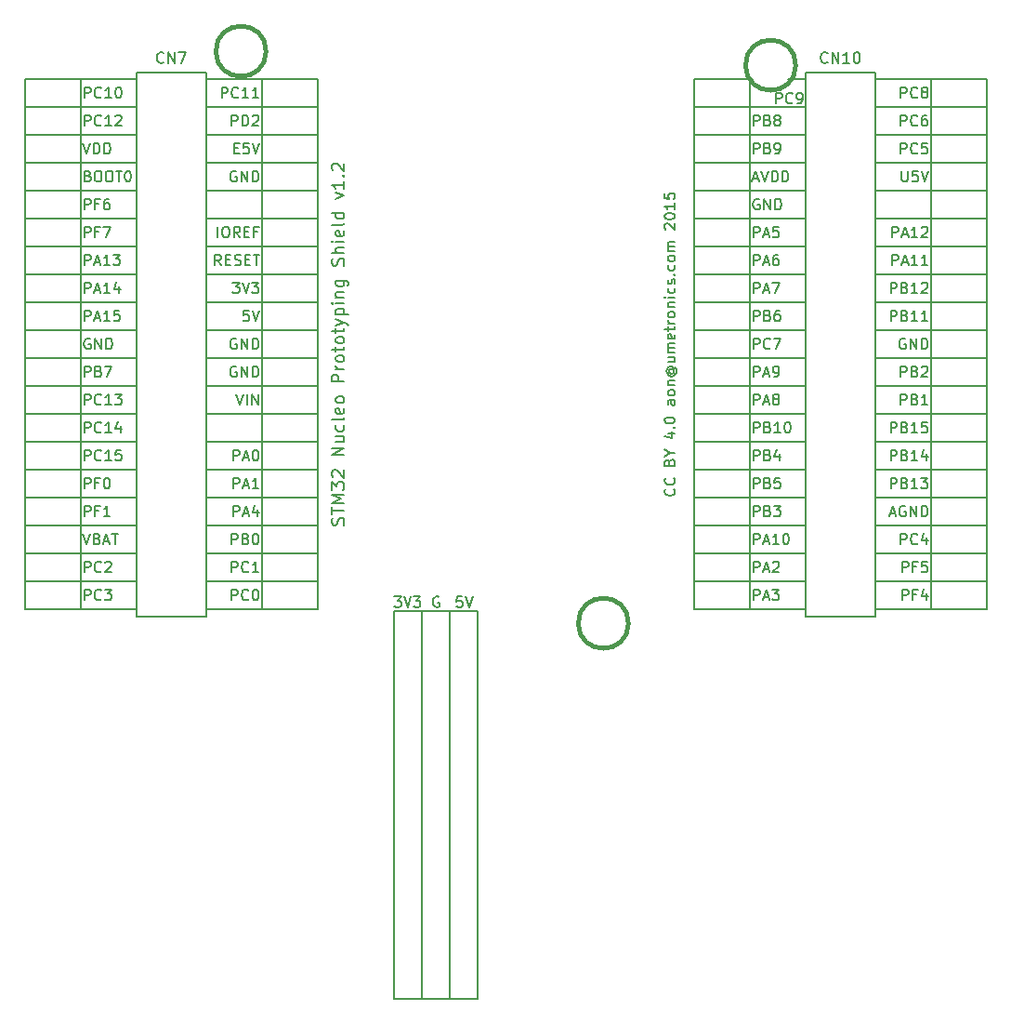
<source format=gto>
G04 #@! TF.FileFunction,Legend,Top*
%FSLAX46Y46*%
G04 Gerber Fmt 4.6, Leading zero omitted, Abs format (unit mm)*
G04 Created by KiCad (PCBNEW 4.0.0-rc1-stable) date to  8. lokakuuta 2015 13.09.15*
%MOMM*%
G01*
G04 APERTURE LIST*
%ADD10C,0.150000*%
%ADD11C,0.203200*%
%ADD12C,0.200000*%
%ADD13C,0.381000*%
%ADD14R,4.000000X0.600000*%
%ADD15C,1.500000*%
%ADD16R,1.700000X1.700000*%
%ADD17C,1.700000*%
%ADD18C,4.064000*%
%ADD19R,1.500000X1.500000*%
%ADD20R,4.200000X0.550000*%
%ADD21R,1.400000X1.400000*%
%ADD22C,1.400000*%
G04 APERTURE END LIST*
D10*
D11*
X128086153Y-103611438D02*
X127626534Y-103611438D01*
X127580572Y-104071057D01*
X127626534Y-104025095D01*
X127718457Y-103979133D01*
X127948267Y-103979133D01*
X128040191Y-104025095D01*
X128086153Y-104071057D01*
X128132114Y-104162981D01*
X128132114Y-104392790D01*
X128086153Y-104484714D01*
X128040191Y-104530676D01*
X127948267Y-104576638D01*
X127718457Y-104576638D01*
X127626534Y-104530676D01*
X127580572Y-104484714D01*
X128407886Y-103611438D02*
X128729619Y-104576638D01*
X129051352Y-103611438D01*
X125982790Y-103657400D02*
X125890867Y-103611438D01*
X125752981Y-103611438D01*
X125615095Y-103657400D01*
X125523171Y-103749324D01*
X125477210Y-103841248D01*
X125431248Y-104025095D01*
X125431248Y-104162981D01*
X125477210Y-104346829D01*
X125523171Y-104438752D01*
X125615095Y-104530676D01*
X125752981Y-104576638D01*
X125844905Y-104576638D01*
X125982790Y-104530676D01*
X126028752Y-104484714D01*
X126028752Y-104162981D01*
X125844905Y-104162981D01*
X121932096Y-103611438D02*
X122529600Y-103611438D01*
X122207867Y-103979133D01*
X122345753Y-103979133D01*
X122437677Y-104025095D01*
X122483639Y-104071057D01*
X122529600Y-104162981D01*
X122529600Y-104392790D01*
X122483639Y-104484714D01*
X122437677Y-104530676D01*
X122345753Y-104576638D01*
X122069981Y-104576638D01*
X121978058Y-104530676D01*
X121932096Y-104484714D01*
X122805372Y-103611438D02*
X123127105Y-104576638D01*
X123448838Y-103611438D01*
X123678648Y-103611438D02*
X124276152Y-103611438D01*
X123954419Y-103979133D01*
X124092305Y-103979133D01*
X124184229Y-104025095D01*
X124230191Y-104071057D01*
X124276152Y-104162981D01*
X124276152Y-104392790D01*
X124230191Y-104484714D01*
X124184229Y-104530676D01*
X124092305Y-104576638D01*
X123816533Y-104576638D01*
X123724610Y-104530676D01*
X123678648Y-104484714D01*
D12*
X127000000Y-140208000D02*
X127000000Y-104902000D01*
X124460000Y-104902000D02*
X124460000Y-140208000D01*
X121920000Y-140208000D02*
X121920000Y-104902000D01*
X129540000Y-140208000D02*
X121920000Y-140208000D01*
X129540000Y-104902000D02*
X129540000Y-140208000D01*
X121920000Y-104902000D02*
X129540000Y-104902000D01*
D11*
X147410714Y-93813083D02*
X147456676Y-93859045D01*
X147502638Y-93996930D01*
X147502638Y-94088854D01*
X147456676Y-94226740D01*
X147364752Y-94318664D01*
X147272829Y-94364625D01*
X147088981Y-94410587D01*
X146951095Y-94410587D01*
X146767248Y-94364625D01*
X146675324Y-94318664D01*
X146583400Y-94226740D01*
X146537438Y-94088854D01*
X146537438Y-93996930D01*
X146583400Y-93859045D01*
X146629362Y-93813083D01*
X147410714Y-92847883D02*
X147456676Y-92893845D01*
X147502638Y-93031730D01*
X147502638Y-93123654D01*
X147456676Y-93261540D01*
X147364752Y-93353464D01*
X147272829Y-93399425D01*
X147088981Y-93445387D01*
X146951095Y-93445387D01*
X146767248Y-93399425D01*
X146675324Y-93353464D01*
X146583400Y-93261540D01*
X146537438Y-93123654D01*
X146537438Y-93031730D01*
X146583400Y-92893845D01*
X146629362Y-92847883D01*
X146997057Y-91377102D02*
X147043019Y-91239216D01*
X147088981Y-91193255D01*
X147180905Y-91147293D01*
X147318790Y-91147293D01*
X147410714Y-91193255D01*
X147456676Y-91239216D01*
X147502638Y-91331140D01*
X147502638Y-91698835D01*
X146537438Y-91698835D01*
X146537438Y-91377102D01*
X146583400Y-91285178D01*
X146629362Y-91239216D01*
X146721286Y-91193255D01*
X146813210Y-91193255D01*
X146905133Y-91239216D01*
X146951095Y-91285178D01*
X146997057Y-91377102D01*
X146997057Y-91698835D01*
X147043019Y-90549788D02*
X147502638Y-90549788D01*
X146537438Y-90871521D02*
X147043019Y-90549788D01*
X146537438Y-90228055D01*
X146859171Y-88757274D02*
X147502638Y-88757274D01*
X146491476Y-88987084D02*
X147180905Y-89216893D01*
X147180905Y-88619389D01*
X147410714Y-88251693D02*
X147456676Y-88205732D01*
X147502638Y-88251693D01*
X147456676Y-88297655D01*
X147410714Y-88251693D01*
X147502638Y-88251693D01*
X146537438Y-87608227D02*
X146537438Y-87516303D01*
X146583400Y-87424379D01*
X146629362Y-87378417D01*
X146721286Y-87332455D01*
X146905133Y-87286494D01*
X147134943Y-87286494D01*
X147318790Y-87332455D01*
X147410714Y-87378417D01*
X147456676Y-87424379D01*
X147502638Y-87516303D01*
X147502638Y-87608227D01*
X147456676Y-87700151D01*
X147410714Y-87746113D01*
X147318790Y-87792074D01*
X147134943Y-87838036D01*
X146905133Y-87838036D01*
X146721286Y-87792074D01*
X146629362Y-87746113D01*
X146583400Y-87700151D01*
X146537438Y-87608227D01*
X147502638Y-85723789D02*
X146997057Y-85723789D01*
X146905133Y-85769751D01*
X146859171Y-85861675D01*
X146859171Y-86045523D01*
X146905133Y-86137446D01*
X147456676Y-85723789D02*
X147502638Y-85815713D01*
X147502638Y-86045523D01*
X147456676Y-86137446D01*
X147364752Y-86183408D01*
X147272829Y-86183408D01*
X147180905Y-86137446D01*
X147134943Y-86045523D01*
X147134943Y-85815713D01*
X147088981Y-85723789D01*
X147502638Y-85126285D02*
X147456676Y-85218209D01*
X147410714Y-85264170D01*
X147318790Y-85310132D01*
X147043019Y-85310132D01*
X146951095Y-85264170D01*
X146905133Y-85218209D01*
X146859171Y-85126285D01*
X146859171Y-84988399D01*
X146905133Y-84896475D01*
X146951095Y-84850513D01*
X147043019Y-84804551D01*
X147318790Y-84804551D01*
X147410714Y-84850513D01*
X147456676Y-84896475D01*
X147502638Y-84988399D01*
X147502638Y-85126285D01*
X146859171Y-84390894D02*
X147502638Y-84390894D01*
X146951095Y-84390894D02*
X146905133Y-84344933D01*
X146859171Y-84253009D01*
X146859171Y-84115123D01*
X146905133Y-84023199D01*
X146997057Y-83977237D01*
X147502638Y-83977237D01*
X147043019Y-82920114D02*
X146997057Y-82966076D01*
X146951095Y-83057999D01*
X146951095Y-83149923D01*
X146997057Y-83241847D01*
X147043019Y-83287809D01*
X147134943Y-83333771D01*
X147226867Y-83333771D01*
X147318790Y-83287809D01*
X147364752Y-83241847D01*
X147410714Y-83149923D01*
X147410714Y-83057999D01*
X147364752Y-82966076D01*
X147318790Y-82920114D01*
X146951095Y-82920114D02*
X147318790Y-82920114D01*
X147364752Y-82874152D01*
X147364752Y-82828190D01*
X147318790Y-82736266D01*
X147226867Y-82690304D01*
X146997057Y-82690304D01*
X146859171Y-82782228D01*
X146767248Y-82920114D01*
X146721286Y-83103961D01*
X146767248Y-83287809D01*
X146859171Y-83425695D01*
X146997057Y-83517618D01*
X147180905Y-83563580D01*
X147364752Y-83517618D01*
X147502638Y-83425695D01*
X147594562Y-83287809D01*
X147640524Y-83103961D01*
X147594562Y-82920114D01*
X147502638Y-82782228D01*
X146859171Y-81862990D02*
X147502638Y-81862990D01*
X146859171Y-82276647D02*
X147364752Y-82276647D01*
X147456676Y-82230686D01*
X147502638Y-82138762D01*
X147502638Y-82000876D01*
X147456676Y-81908952D01*
X147410714Y-81862990D01*
X147502638Y-81403371D02*
X146859171Y-81403371D01*
X146951095Y-81403371D02*
X146905133Y-81357410D01*
X146859171Y-81265486D01*
X146859171Y-81127600D01*
X146905133Y-81035676D01*
X146997057Y-80989714D01*
X147502638Y-80989714D01*
X146997057Y-80989714D02*
X146905133Y-80943752D01*
X146859171Y-80851829D01*
X146859171Y-80713943D01*
X146905133Y-80622019D01*
X146997057Y-80576057D01*
X147502638Y-80576057D01*
X147456676Y-79748743D02*
X147502638Y-79840667D01*
X147502638Y-80024515D01*
X147456676Y-80116438D01*
X147364752Y-80162400D01*
X146997057Y-80162400D01*
X146905133Y-80116438D01*
X146859171Y-80024515D01*
X146859171Y-79840667D01*
X146905133Y-79748743D01*
X146997057Y-79702781D01*
X147088981Y-79702781D01*
X147180905Y-80162400D01*
X146859171Y-79427010D02*
X146859171Y-79059315D01*
X146537438Y-79289124D02*
X147364752Y-79289124D01*
X147456676Y-79243163D01*
X147502638Y-79151239D01*
X147502638Y-79059315D01*
X147502638Y-78737581D02*
X146859171Y-78737581D01*
X147043019Y-78737581D02*
X146951095Y-78691620D01*
X146905133Y-78645658D01*
X146859171Y-78553734D01*
X146859171Y-78461810D01*
X147502638Y-78002191D02*
X147456676Y-78094115D01*
X147410714Y-78140076D01*
X147318790Y-78186038D01*
X147043019Y-78186038D01*
X146951095Y-78140076D01*
X146905133Y-78094115D01*
X146859171Y-78002191D01*
X146859171Y-77864305D01*
X146905133Y-77772381D01*
X146951095Y-77726419D01*
X147043019Y-77680457D01*
X147318790Y-77680457D01*
X147410714Y-77726419D01*
X147456676Y-77772381D01*
X147502638Y-77864305D01*
X147502638Y-78002191D01*
X146859171Y-77266800D02*
X147502638Y-77266800D01*
X146951095Y-77266800D02*
X146905133Y-77220839D01*
X146859171Y-77128915D01*
X146859171Y-76991029D01*
X146905133Y-76899105D01*
X146997057Y-76853143D01*
X147502638Y-76853143D01*
X147502638Y-76393524D02*
X146859171Y-76393524D01*
X146537438Y-76393524D02*
X146583400Y-76439486D01*
X146629362Y-76393524D01*
X146583400Y-76347563D01*
X146537438Y-76393524D01*
X146629362Y-76393524D01*
X147456676Y-75520248D02*
X147502638Y-75612172D01*
X147502638Y-75796020D01*
X147456676Y-75887944D01*
X147410714Y-75933905D01*
X147318790Y-75979867D01*
X147043019Y-75979867D01*
X146951095Y-75933905D01*
X146905133Y-75887944D01*
X146859171Y-75796020D01*
X146859171Y-75612172D01*
X146905133Y-75520248D01*
X147456676Y-75152553D02*
X147502638Y-75060630D01*
X147502638Y-74876782D01*
X147456676Y-74784858D01*
X147364752Y-74738896D01*
X147318790Y-74738896D01*
X147226867Y-74784858D01*
X147180905Y-74876782D01*
X147180905Y-75014668D01*
X147134943Y-75106591D01*
X147043019Y-75152553D01*
X146997057Y-75152553D01*
X146905133Y-75106591D01*
X146859171Y-75014668D01*
X146859171Y-74876782D01*
X146905133Y-74784858D01*
X147410714Y-74325239D02*
X147456676Y-74279278D01*
X147502638Y-74325239D01*
X147456676Y-74371201D01*
X147410714Y-74325239D01*
X147502638Y-74325239D01*
X147456676Y-73451963D02*
X147502638Y-73543887D01*
X147502638Y-73727735D01*
X147456676Y-73819659D01*
X147410714Y-73865620D01*
X147318790Y-73911582D01*
X147043019Y-73911582D01*
X146951095Y-73865620D01*
X146905133Y-73819659D01*
X146859171Y-73727735D01*
X146859171Y-73543887D01*
X146905133Y-73451963D01*
X147502638Y-72900421D02*
X147456676Y-72992345D01*
X147410714Y-73038306D01*
X147318790Y-73084268D01*
X147043019Y-73084268D01*
X146951095Y-73038306D01*
X146905133Y-72992345D01*
X146859171Y-72900421D01*
X146859171Y-72762535D01*
X146905133Y-72670611D01*
X146951095Y-72624649D01*
X147043019Y-72578687D01*
X147318790Y-72578687D01*
X147410714Y-72624649D01*
X147456676Y-72670611D01*
X147502638Y-72762535D01*
X147502638Y-72900421D01*
X147502638Y-72165030D02*
X146859171Y-72165030D01*
X146951095Y-72165030D02*
X146905133Y-72119069D01*
X146859171Y-72027145D01*
X146859171Y-71889259D01*
X146905133Y-71797335D01*
X146997057Y-71751373D01*
X147502638Y-71751373D01*
X146997057Y-71751373D02*
X146905133Y-71705411D01*
X146859171Y-71613488D01*
X146859171Y-71475602D01*
X146905133Y-71383678D01*
X146997057Y-71337716D01*
X147502638Y-71337716D01*
X146629362Y-70188669D02*
X146583400Y-70142707D01*
X146537438Y-70050784D01*
X146537438Y-69820974D01*
X146583400Y-69729050D01*
X146629362Y-69683088D01*
X146721286Y-69637127D01*
X146813210Y-69637127D01*
X146951095Y-69683088D01*
X147502638Y-70234631D01*
X147502638Y-69637127D01*
X146537438Y-69039622D02*
X146537438Y-68947698D01*
X146583400Y-68855774D01*
X146629362Y-68809812D01*
X146721286Y-68763850D01*
X146905133Y-68717889D01*
X147134943Y-68717889D01*
X147318790Y-68763850D01*
X147410714Y-68809812D01*
X147456676Y-68855774D01*
X147502638Y-68947698D01*
X147502638Y-69039622D01*
X147456676Y-69131546D01*
X147410714Y-69177508D01*
X147318790Y-69223469D01*
X147134943Y-69269431D01*
X146905133Y-69269431D01*
X146721286Y-69223469D01*
X146629362Y-69177508D01*
X146583400Y-69131546D01*
X146537438Y-69039622D01*
X147502638Y-67798651D02*
X147502638Y-68350193D01*
X147502638Y-68074422D02*
X146537438Y-68074422D01*
X146675324Y-68166346D01*
X146767248Y-68258270D01*
X146813210Y-68350193D01*
X146537438Y-66925374D02*
X146537438Y-67384993D01*
X146997057Y-67430955D01*
X146951095Y-67384993D01*
X146905133Y-67293070D01*
X146905133Y-67063260D01*
X146951095Y-66971336D01*
X146997057Y-66925374D01*
X147088981Y-66879413D01*
X147318790Y-66879413D01*
X147410714Y-66925374D01*
X147456676Y-66971336D01*
X147502638Y-67063260D01*
X147502638Y-67293070D01*
X147456676Y-67384993D01*
X147410714Y-67430955D01*
X117302643Y-97109642D02*
X117357071Y-96946356D01*
X117357071Y-96674213D01*
X117302643Y-96565356D01*
X117248214Y-96510927D01*
X117139357Y-96456499D01*
X117030500Y-96456499D01*
X116921643Y-96510927D01*
X116867214Y-96565356D01*
X116812786Y-96674213D01*
X116758357Y-96891927D01*
X116703929Y-97000785D01*
X116649500Y-97055213D01*
X116540643Y-97109642D01*
X116431786Y-97109642D01*
X116322929Y-97055213D01*
X116268500Y-97000785D01*
X116214071Y-96891927D01*
X116214071Y-96619785D01*
X116268500Y-96456499D01*
X116214071Y-96129928D02*
X116214071Y-95476785D01*
X117357071Y-95803356D02*
X116214071Y-95803356D01*
X117357071Y-95095785D02*
X116214071Y-95095785D01*
X117030500Y-94714785D01*
X116214071Y-94333785D01*
X117357071Y-94333785D01*
X116214071Y-93898356D02*
X116214071Y-93190785D01*
X116649500Y-93571785D01*
X116649500Y-93408499D01*
X116703929Y-93299642D01*
X116758357Y-93245213D01*
X116867214Y-93190785D01*
X117139357Y-93190785D01*
X117248214Y-93245213D01*
X117302643Y-93299642D01*
X117357071Y-93408499D01*
X117357071Y-93735071D01*
X117302643Y-93843928D01*
X117248214Y-93898356D01*
X116322929Y-92755357D02*
X116268500Y-92700928D01*
X116214071Y-92592071D01*
X116214071Y-92319928D01*
X116268500Y-92211071D01*
X116322929Y-92156642D01*
X116431786Y-92102214D01*
X116540643Y-92102214D01*
X116703929Y-92156642D01*
X117357071Y-92809785D01*
X117357071Y-92102214D01*
X117357071Y-90741500D02*
X116214071Y-90741500D01*
X117357071Y-90088357D01*
X116214071Y-90088357D01*
X116595071Y-89054214D02*
X117357071Y-89054214D01*
X116595071Y-89544071D02*
X117193786Y-89544071D01*
X117302643Y-89489643D01*
X117357071Y-89380785D01*
X117357071Y-89217500D01*
X117302643Y-89108643D01*
X117248214Y-89054214D01*
X117302643Y-88020071D02*
X117357071Y-88128928D01*
X117357071Y-88346642D01*
X117302643Y-88455500D01*
X117248214Y-88509928D01*
X117139357Y-88564357D01*
X116812786Y-88564357D01*
X116703929Y-88509928D01*
X116649500Y-88455500D01*
X116595071Y-88346642D01*
X116595071Y-88128928D01*
X116649500Y-88020071D01*
X117357071Y-87366928D02*
X117302643Y-87475786D01*
X117193786Y-87530214D01*
X116214071Y-87530214D01*
X117302643Y-86496072D02*
X117357071Y-86604929D01*
X117357071Y-86822643D01*
X117302643Y-86931500D01*
X117193786Y-86985929D01*
X116758357Y-86985929D01*
X116649500Y-86931500D01*
X116595071Y-86822643D01*
X116595071Y-86604929D01*
X116649500Y-86496072D01*
X116758357Y-86441643D01*
X116867214Y-86441643D01*
X116976071Y-86985929D01*
X117357071Y-85788500D02*
X117302643Y-85897358D01*
X117248214Y-85951786D01*
X117139357Y-86006215D01*
X116812786Y-86006215D01*
X116703929Y-85951786D01*
X116649500Y-85897358D01*
X116595071Y-85788500D01*
X116595071Y-85625215D01*
X116649500Y-85516358D01*
X116703929Y-85461929D01*
X116812786Y-85407500D01*
X117139357Y-85407500D01*
X117248214Y-85461929D01*
X117302643Y-85516358D01*
X117357071Y-85625215D01*
X117357071Y-85788500D01*
X117357071Y-84046786D02*
X116214071Y-84046786D01*
X116214071Y-83611358D01*
X116268500Y-83502500D01*
X116322929Y-83448072D01*
X116431786Y-83393643D01*
X116595071Y-83393643D01*
X116703929Y-83448072D01*
X116758357Y-83502500D01*
X116812786Y-83611358D01*
X116812786Y-84046786D01*
X117357071Y-82903786D02*
X116595071Y-82903786D01*
X116812786Y-82903786D02*
X116703929Y-82849358D01*
X116649500Y-82794929D01*
X116595071Y-82686072D01*
X116595071Y-82577215D01*
X117357071Y-82032929D02*
X117302643Y-82141787D01*
X117248214Y-82196215D01*
X117139357Y-82250644D01*
X116812786Y-82250644D01*
X116703929Y-82196215D01*
X116649500Y-82141787D01*
X116595071Y-82032929D01*
X116595071Y-81869644D01*
X116649500Y-81760787D01*
X116703929Y-81706358D01*
X116812786Y-81651929D01*
X117139357Y-81651929D01*
X117248214Y-81706358D01*
X117302643Y-81760787D01*
X117357071Y-81869644D01*
X117357071Y-82032929D01*
X116595071Y-81325358D02*
X116595071Y-80889929D01*
X116214071Y-81162072D02*
X117193786Y-81162072D01*
X117302643Y-81107644D01*
X117357071Y-80998786D01*
X117357071Y-80889929D01*
X117357071Y-80345643D02*
X117302643Y-80454501D01*
X117248214Y-80508929D01*
X117139357Y-80563358D01*
X116812786Y-80563358D01*
X116703929Y-80508929D01*
X116649500Y-80454501D01*
X116595071Y-80345643D01*
X116595071Y-80182358D01*
X116649500Y-80073501D01*
X116703929Y-80019072D01*
X116812786Y-79964643D01*
X117139357Y-79964643D01*
X117248214Y-80019072D01*
X117302643Y-80073501D01*
X117357071Y-80182358D01*
X117357071Y-80345643D01*
X116595071Y-79638072D02*
X116595071Y-79202643D01*
X116214071Y-79474786D02*
X117193786Y-79474786D01*
X117302643Y-79420358D01*
X117357071Y-79311500D01*
X117357071Y-79202643D01*
X116595071Y-78930500D02*
X117357071Y-78658357D01*
X116595071Y-78386215D02*
X117357071Y-78658357D01*
X117629214Y-78767215D01*
X117683643Y-78821643D01*
X117738071Y-78930500D01*
X116595071Y-77950786D02*
X117738071Y-77950786D01*
X116649500Y-77950786D02*
X116595071Y-77841929D01*
X116595071Y-77624215D01*
X116649500Y-77515358D01*
X116703929Y-77460929D01*
X116812786Y-77406500D01*
X117139357Y-77406500D01*
X117248214Y-77460929D01*
X117302643Y-77515358D01*
X117357071Y-77624215D01*
X117357071Y-77841929D01*
X117302643Y-77950786D01*
X117357071Y-76916643D02*
X116595071Y-76916643D01*
X116214071Y-76916643D02*
X116268500Y-76971072D01*
X116322929Y-76916643D01*
X116268500Y-76862215D01*
X116214071Y-76916643D01*
X116322929Y-76916643D01*
X116595071Y-76372357D02*
X117357071Y-76372357D01*
X116703929Y-76372357D02*
X116649500Y-76317929D01*
X116595071Y-76209071D01*
X116595071Y-76045786D01*
X116649500Y-75936929D01*
X116758357Y-75882500D01*
X117357071Y-75882500D01*
X116595071Y-74848357D02*
X117520357Y-74848357D01*
X117629214Y-74902786D01*
X117683643Y-74957214D01*
X117738071Y-75066071D01*
X117738071Y-75229357D01*
X117683643Y-75338214D01*
X117302643Y-74848357D02*
X117357071Y-74957214D01*
X117357071Y-75174928D01*
X117302643Y-75283786D01*
X117248214Y-75338214D01*
X117139357Y-75392643D01*
X116812786Y-75392643D01*
X116703929Y-75338214D01*
X116649500Y-75283786D01*
X116595071Y-75174928D01*
X116595071Y-74957214D01*
X116649500Y-74848357D01*
X117302643Y-73487643D02*
X117357071Y-73324357D01*
X117357071Y-73052214D01*
X117302643Y-72943357D01*
X117248214Y-72888928D01*
X117139357Y-72834500D01*
X117030500Y-72834500D01*
X116921643Y-72888928D01*
X116867214Y-72943357D01*
X116812786Y-73052214D01*
X116758357Y-73269928D01*
X116703929Y-73378786D01*
X116649500Y-73433214D01*
X116540643Y-73487643D01*
X116431786Y-73487643D01*
X116322929Y-73433214D01*
X116268500Y-73378786D01*
X116214071Y-73269928D01*
X116214071Y-72997786D01*
X116268500Y-72834500D01*
X117357071Y-72344643D02*
X116214071Y-72344643D01*
X117357071Y-71854786D02*
X116758357Y-71854786D01*
X116649500Y-71909215D01*
X116595071Y-72018072D01*
X116595071Y-72181357D01*
X116649500Y-72290215D01*
X116703929Y-72344643D01*
X117357071Y-71310500D02*
X116595071Y-71310500D01*
X116214071Y-71310500D02*
X116268500Y-71364929D01*
X116322929Y-71310500D01*
X116268500Y-71256072D01*
X116214071Y-71310500D01*
X116322929Y-71310500D01*
X117302643Y-70330786D02*
X117357071Y-70439643D01*
X117357071Y-70657357D01*
X117302643Y-70766214D01*
X117193786Y-70820643D01*
X116758357Y-70820643D01*
X116649500Y-70766214D01*
X116595071Y-70657357D01*
X116595071Y-70439643D01*
X116649500Y-70330786D01*
X116758357Y-70276357D01*
X116867214Y-70276357D01*
X116976071Y-70820643D01*
X117357071Y-69623214D02*
X117302643Y-69732072D01*
X117193786Y-69786500D01*
X116214071Y-69786500D01*
X117357071Y-68697929D02*
X116214071Y-68697929D01*
X117302643Y-68697929D02*
X117357071Y-68806786D01*
X117357071Y-69024500D01*
X117302643Y-69133358D01*
X117248214Y-69187786D01*
X117139357Y-69242215D01*
X116812786Y-69242215D01*
X116703929Y-69187786D01*
X116649500Y-69133358D01*
X116595071Y-69024500D01*
X116595071Y-68806786D01*
X116649500Y-68697929D01*
X116595071Y-67391643D02*
X117357071Y-67119500D01*
X116595071Y-66847358D01*
X117357071Y-65813215D02*
X117357071Y-66466358D01*
X117357071Y-66139786D02*
X116214071Y-66139786D01*
X116377357Y-66248643D01*
X116486214Y-66357501D01*
X116540643Y-66466358D01*
X117248214Y-65323358D02*
X117302643Y-65268930D01*
X117357071Y-65323358D01*
X117302643Y-65377787D01*
X117248214Y-65323358D01*
X117357071Y-65323358D01*
X116322929Y-64833501D02*
X116268500Y-64779072D01*
X116214071Y-64670215D01*
X116214071Y-64398072D01*
X116268500Y-64289215D01*
X116322929Y-64234786D01*
X116431786Y-64180358D01*
X116540643Y-64180358D01*
X116703929Y-64234786D01*
X117357071Y-64887929D01*
X117357071Y-64180358D01*
X168206058Y-103941638D02*
X168206058Y-102976438D01*
X168573753Y-102976438D01*
X168665677Y-103022400D01*
X168711638Y-103068362D01*
X168757600Y-103160286D01*
X168757600Y-103298171D01*
X168711638Y-103390095D01*
X168665677Y-103436057D01*
X168573753Y-103482019D01*
X168206058Y-103482019D01*
X169492991Y-103436057D02*
X169171258Y-103436057D01*
X169171258Y-103941638D02*
X169171258Y-102976438D01*
X169630877Y-102976438D01*
X170412229Y-103298171D02*
X170412229Y-103941638D01*
X170182419Y-102930476D02*
X169952610Y-103619905D01*
X170550114Y-103619905D01*
X168206058Y-101401638D02*
X168206058Y-100436438D01*
X168573753Y-100436438D01*
X168665677Y-100482400D01*
X168711638Y-100528362D01*
X168757600Y-100620286D01*
X168757600Y-100758171D01*
X168711638Y-100850095D01*
X168665677Y-100896057D01*
X168573753Y-100942019D01*
X168206058Y-100942019D01*
X169492991Y-100896057D02*
X169171258Y-100896057D01*
X169171258Y-101401638D02*
X169171258Y-100436438D01*
X169630877Y-100436438D01*
X170458191Y-100436438D02*
X169998572Y-100436438D01*
X169952610Y-100896057D01*
X169998572Y-100850095D01*
X170090495Y-100804133D01*
X170320305Y-100804133D01*
X170412229Y-100850095D01*
X170458191Y-100896057D01*
X170504152Y-100987981D01*
X170504152Y-101217790D01*
X170458191Y-101309714D01*
X170412229Y-101355676D01*
X170320305Y-101401638D01*
X170090495Y-101401638D01*
X169998572Y-101355676D01*
X169952610Y-101309714D01*
X168068172Y-98861638D02*
X168068172Y-97896438D01*
X168435867Y-97896438D01*
X168527791Y-97942400D01*
X168573752Y-97988362D01*
X168619714Y-98080286D01*
X168619714Y-98218171D01*
X168573752Y-98310095D01*
X168527791Y-98356057D01*
X168435867Y-98402019D01*
X168068172Y-98402019D01*
X169584914Y-98769714D02*
X169538952Y-98815676D01*
X169401067Y-98861638D01*
X169309143Y-98861638D01*
X169171257Y-98815676D01*
X169079333Y-98723752D01*
X169033372Y-98631829D01*
X168987410Y-98447981D01*
X168987410Y-98310095D01*
X169033372Y-98126248D01*
X169079333Y-98034324D01*
X169171257Y-97942400D01*
X169309143Y-97896438D01*
X169401067Y-97896438D01*
X169538952Y-97942400D01*
X169584914Y-97988362D01*
X170412229Y-98218171D02*
X170412229Y-98861638D01*
X170182419Y-97850476D02*
X169952610Y-98539905D01*
X170550114Y-98539905D01*
X167102972Y-96045867D02*
X167562591Y-96045867D01*
X167011048Y-96321638D02*
X167332781Y-95356438D01*
X167654514Y-96321638D01*
X168481828Y-95402400D02*
X168389905Y-95356438D01*
X168252019Y-95356438D01*
X168114133Y-95402400D01*
X168022209Y-95494324D01*
X167976248Y-95586248D01*
X167930286Y-95770095D01*
X167930286Y-95907981D01*
X167976248Y-96091829D01*
X168022209Y-96183752D01*
X168114133Y-96275676D01*
X168252019Y-96321638D01*
X168343943Y-96321638D01*
X168481828Y-96275676D01*
X168527790Y-96229714D01*
X168527790Y-95907981D01*
X168343943Y-95907981D01*
X168941448Y-96321638D02*
X168941448Y-95356438D01*
X169492990Y-96321638D01*
X169492990Y-95356438D01*
X169952610Y-96321638D02*
X169952610Y-95356438D01*
X170182419Y-95356438D01*
X170320305Y-95402400D01*
X170412229Y-95494324D01*
X170458190Y-95586248D01*
X170504152Y-95770095D01*
X170504152Y-95907981D01*
X170458190Y-96091829D01*
X170412229Y-96183752D01*
X170320305Y-96275676D01*
X170182419Y-96321638D01*
X169952610Y-96321638D01*
X167148934Y-93781638D02*
X167148934Y-92816438D01*
X167516629Y-92816438D01*
X167608553Y-92862400D01*
X167654514Y-92908362D01*
X167700476Y-93000286D01*
X167700476Y-93138171D01*
X167654514Y-93230095D01*
X167608553Y-93276057D01*
X167516629Y-93322019D01*
X167148934Y-93322019D01*
X168435867Y-93276057D02*
X168573753Y-93322019D01*
X168619714Y-93367981D01*
X168665676Y-93459905D01*
X168665676Y-93597790D01*
X168619714Y-93689714D01*
X168573753Y-93735676D01*
X168481829Y-93781638D01*
X168114134Y-93781638D01*
X168114134Y-92816438D01*
X168435867Y-92816438D01*
X168527791Y-92862400D01*
X168573753Y-92908362D01*
X168619714Y-93000286D01*
X168619714Y-93092210D01*
X168573753Y-93184133D01*
X168527791Y-93230095D01*
X168435867Y-93276057D01*
X168114134Y-93276057D01*
X169584914Y-93781638D02*
X169033372Y-93781638D01*
X169309143Y-93781638D02*
X169309143Y-92816438D01*
X169217219Y-92954324D01*
X169125295Y-93046248D01*
X169033372Y-93092210D01*
X169906648Y-92816438D02*
X170504152Y-92816438D01*
X170182419Y-93184133D01*
X170320305Y-93184133D01*
X170412229Y-93230095D01*
X170458191Y-93276057D01*
X170504152Y-93367981D01*
X170504152Y-93597790D01*
X170458191Y-93689714D01*
X170412229Y-93735676D01*
X170320305Y-93781638D01*
X170044533Y-93781638D01*
X169952610Y-93735676D01*
X169906648Y-93689714D01*
X167148934Y-91241638D02*
X167148934Y-90276438D01*
X167516629Y-90276438D01*
X167608553Y-90322400D01*
X167654514Y-90368362D01*
X167700476Y-90460286D01*
X167700476Y-90598171D01*
X167654514Y-90690095D01*
X167608553Y-90736057D01*
X167516629Y-90782019D01*
X167148934Y-90782019D01*
X168435867Y-90736057D02*
X168573753Y-90782019D01*
X168619714Y-90827981D01*
X168665676Y-90919905D01*
X168665676Y-91057790D01*
X168619714Y-91149714D01*
X168573753Y-91195676D01*
X168481829Y-91241638D01*
X168114134Y-91241638D01*
X168114134Y-90276438D01*
X168435867Y-90276438D01*
X168527791Y-90322400D01*
X168573753Y-90368362D01*
X168619714Y-90460286D01*
X168619714Y-90552210D01*
X168573753Y-90644133D01*
X168527791Y-90690095D01*
X168435867Y-90736057D01*
X168114134Y-90736057D01*
X169584914Y-91241638D02*
X169033372Y-91241638D01*
X169309143Y-91241638D02*
X169309143Y-90276438D01*
X169217219Y-90414324D01*
X169125295Y-90506248D01*
X169033372Y-90552210D01*
X170412229Y-90598171D02*
X170412229Y-91241638D01*
X170182419Y-90230476D02*
X169952610Y-90919905D01*
X170550114Y-90919905D01*
X167148934Y-88701638D02*
X167148934Y-87736438D01*
X167516629Y-87736438D01*
X167608553Y-87782400D01*
X167654514Y-87828362D01*
X167700476Y-87920286D01*
X167700476Y-88058171D01*
X167654514Y-88150095D01*
X167608553Y-88196057D01*
X167516629Y-88242019D01*
X167148934Y-88242019D01*
X168435867Y-88196057D02*
X168573753Y-88242019D01*
X168619714Y-88287981D01*
X168665676Y-88379905D01*
X168665676Y-88517790D01*
X168619714Y-88609714D01*
X168573753Y-88655676D01*
X168481829Y-88701638D01*
X168114134Y-88701638D01*
X168114134Y-87736438D01*
X168435867Y-87736438D01*
X168527791Y-87782400D01*
X168573753Y-87828362D01*
X168619714Y-87920286D01*
X168619714Y-88012210D01*
X168573753Y-88104133D01*
X168527791Y-88150095D01*
X168435867Y-88196057D01*
X168114134Y-88196057D01*
X169584914Y-88701638D02*
X169033372Y-88701638D01*
X169309143Y-88701638D02*
X169309143Y-87736438D01*
X169217219Y-87874324D01*
X169125295Y-87966248D01*
X169033372Y-88012210D01*
X170458191Y-87736438D02*
X169998572Y-87736438D01*
X169952610Y-88196057D01*
X169998572Y-88150095D01*
X170090495Y-88104133D01*
X170320305Y-88104133D01*
X170412229Y-88150095D01*
X170458191Y-88196057D01*
X170504152Y-88287981D01*
X170504152Y-88517790D01*
X170458191Y-88609714D01*
X170412229Y-88655676D01*
X170320305Y-88701638D01*
X170090495Y-88701638D01*
X169998572Y-88655676D01*
X169952610Y-88609714D01*
X168068172Y-86161638D02*
X168068172Y-85196438D01*
X168435867Y-85196438D01*
X168527791Y-85242400D01*
X168573752Y-85288362D01*
X168619714Y-85380286D01*
X168619714Y-85518171D01*
X168573752Y-85610095D01*
X168527791Y-85656057D01*
X168435867Y-85702019D01*
X168068172Y-85702019D01*
X169355105Y-85656057D02*
X169492991Y-85702019D01*
X169538952Y-85747981D01*
X169584914Y-85839905D01*
X169584914Y-85977790D01*
X169538952Y-86069714D01*
X169492991Y-86115676D01*
X169401067Y-86161638D01*
X169033372Y-86161638D01*
X169033372Y-85196438D01*
X169355105Y-85196438D01*
X169447029Y-85242400D01*
X169492991Y-85288362D01*
X169538952Y-85380286D01*
X169538952Y-85472210D01*
X169492991Y-85564133D01*
X169447029Y-85610095D01*
X169355105Y-85656057D01*
X169033372Y-85656057D01*
X170504152Y-86161638D02*
X169952610Y-86161638D01*
X170228381Y-86161638D02*
X170228381Y-85196438D01*
X170136457Y-85334324D01*
X170044533Y-85426248D01*
X169952610Y-85472210D01*
X168068172Y-83621638D02*
X168068172Y-82656438D01*
X168435867Y-82656438D01*
X168527791Y-82702400D01*
X168573752Y-82748362D01*
X168619714Y-82840286D01*
X168619714Y-82978171D01*
X168573752Y-83070095D01*
X168527791Y-83116057D01*
X168435867Y-83162019D01*
X168068172Y-83162019D01*
X169355105Y-83116057D02*
X169492991Y-83162019D01*
X169538952Y-83207981D01*
X169584914Y-83299905D01*
X169584914Y-83437790D01*
X169538952Y-83529714D01*
X169492991Y-83575676D01*
X169401067Y-83621638D01*
X169033372Y-83621638D01*
X169033372Y-82656438D01*
X169355105Y-82656438D01*
X169447029Y-82702400D01*
X169492991Y-82748362D01*
X169538952Y-82840286D01*
X169538952Y-82932210D01*
X169492991Y-83024133D01*
X169447029Y-83070095D01*
X169355105Y-83116057D01*
X169033372Y-83116057D01*
X169952610Y-82748362D02*
X169998572Y-82702400D01*
X170090495Y-82656438D01*
X170320305Y-82656438D01*
X170412229Y-82702400D01*
X170458191Y-82748362D01*
X170504152Y-82840286D01*
X170504152Y-82932210D01*
X170458191Y-83070095D01*
X169906648Y-83621638D01*
X170504152Y-83621638D01*
X168481828Y-80162400D02*
X168389905Y-80116438D01*
X168252019Y-80116438D01*
X168114133Y-80162400D01*
X168022209Y-80254324D01*
X167976248Y-80346248D01*
X167930286Y-80530095D01*
X167930286Y-80667981D01*
X167976248Y-80851829D01*
X168022209Y-80943752D01*
X168114133Y-81035676D01*
X168252019Y-81081638D01*
X168343943Y-81081638D01*
X168481828Y-81035676D01*
X168527790Y-80989714D01*
X168527790Y-80667981D01*
X168343943Y-80667981D01*
X168941448Y-81081638D02*
X168941448Y-80116438D01*
X169492990Y-81081638D01*
X169492990Y-80116438D01*
X169952610Y-81081638D02*
X169952610Y-80116438D01*
X170182419Y-80116438D01*
X170320305Y-80162400D01*
X170412229Y-80254324D01*
X170458190Y-80346248D01*
X170504152Y-80530095D01*
X170504152Y-80667981D01*
X170458190Y-80851829D01*
X170412229Y-80943752D01*
X170320305Y-81035676D01*
X170182419Y-81081638D01*
X169952610Y-81081638D01*
X167148934Y-78541638D02*
X167148934Y-77576438D01*
X167516629Y-77576438D01*
X167608553Y-77622400D01*
X167654514Y-77668362D01*
X167700476Y-77760286D01*
X167700476Y-77898171D01*
X167654514Y-77990095D01*
X167608553Y-78036057D01*
X167516629Y-78082019D01*
X167148934Y-78082019D01*
X168435867Y-78036057D02*
X168573753Y-78082019D01*
X168619714Y-78127981D01*
X168665676Y-78219905D01*
X168665676Y-78357790D01*
X168619714Y-78449714D01*
X168573753Y-78495676D01*
X168481829Y-78541638D01*
X168114134Y-78541638D01*
X168114134Y-77576438D01*
X168435867Y-77576438D01*
X168527791Y-77622400D01*
X168573753Y-77668362D01*
X168619714Y-77760286D01*
X168619714Y-77852210D01*
X168573753Y-77944133D01*
X168527791Y-77990095D01*
X168435867Y-78036057D01*
X168114134Y-78036057D01*
X169584914Y-78541638D02*
X169033372Y-78541638D01*
X169309143Y-78541638D02*
X169309143Y-77576438D01*
X169217219Y-77714324D01*
X169125295Y-77806248D01*
X169033372Y-77852210D01*
X170504152Y-78541638D02*
X169952610Y-78541638D01*
X170228381Y-78541638D02*
X170228381Y-77576438D01*
X170136457Y-77714324D01*
X170044533Y-77806248D01*
X169952610Y-77852210D01*
X167148934Y-76001638D02*
X167148934Y-75036438D01*
X167516629Y-75036438D01*
X167608553Y-75082400D01*
X167654514Y-75128362D01*
X167700476Y-75220286D01*
X167700476Y-75358171D01*
X167654514Y-75450095D01*
X167608553Y-75496057D01*
X167516629Y-75542019D01*
X167148934Y-75542019D01*
X168435867Y-75496057D02*
X168573753Y-75542019D01*
X168619714Y-75587981D01*
X168665676Y-75679905D01*
X168665676Y-75817790D01*
X168619714Y-75909714D01*
X168573753Y-75955676D01*
X168481829Y-76001638D01*
X168114134Y-76001638D01*
X168114134Y-75036438D01*
X168435867Y-75036438D01*
X168527791Y-75082400D01*
X168573753Y-75128362D01*
X168619714Y-75220286D01*
X168619714Y-75312210D01*
X168573753Y-75404133D01*
X168527791Y-75450095D01*
X168435867Y-75496057D01*
X168114134Y-75496057D01*
X169584914Y-76001638D02*
X169033372Y-76001638D01*
X169309143Y-76001638D02*
X169309143Y-75036438D01*
X169217219Y-75174324D01*
X169125295Y-75266248D01*
X169033372Y-75312210D01*
X169952610Y-75128362D02*
X169998572Y-75082400D01*
X170090495Y-75036438D01*
X170320305Y-75036438D01*
X170412229Y-75082400D01*
X170458191Y-75128362D01*
X170504152Y-75220286D01*
X170504152Y-75312210D01*
X170458191Y-75450095D01*
X169906648Y-76001638D01*
X170504152Y-76001638D01*
X167286820Y-73461638D02*
X167286820Y-72496438D01*
X167654515Y-72496438D01*
X167746439Y-72542400D01*
X167792400Y-72588362D01*
X167838362Y-72680286D01*
X167838362Y-72818171D01*
X167792400Y-72910095D01*
X167746439Y-72956057D01*
X167654515Y-73002019D01*
X167286820Y-73002019D01*
X168206058Y-73185867D02*
X168665677Y-73185867D01*
X168114134Y-73461638D02*
X168435867Y-72496438D01*
X168757600Y-73461638D01*
X169584914Y-73461638D02*
X169033372Y-73461638D01*
X169309143Y-73461638D02*
X169309143Y-72496438D01*
X169217219Y-72634324D01*
X169125295Y-72726248D01*
X169033372Y-72772210D01*
X170504152Y-73461638D02*
X169952610Y-73461638D01*
X170228381Y-73461638D02*
X170228381Y-72496438D01*
X170136457Y-72634324D01*
X170044533Y-72726248D01*
X169952610Y-72772210D01*
X167286820Y-70921638D02*
X167286820Y-69956438D01*
X167654515Y-69956438D01*
X167746439Y-70002400D01*
X167792400Y-70048362D01*
X167838362Y-70140286D01*
X167838362Y-70278171D01*
X167792400Y-70370095D01*
X167746439Y-70416057D01*
X167654515Y-70462019D01*
X167286820Y-70462019D01*
X168206058Y-70645867D02*
X168665677Y-70645867D01*
X168114134Y-70921638D02*
X168435867Y-69956438D01*
X168757600Y-70921638D01*
X169584914Y-70921638D02*
X169033372Y-70921638D01*
X169309143Y-70921638D02*
X169309143Y-69956438D01*
X169217219Y-70094324D01*
X169125295Y-70186248D01*
X169033372Y-70232210D01*
X169952610Y-70048362D02*
X169998572Y-70002400D01*
X170090495Y-69956438D01*
X170320305Y-69956438D01*
X170412229Y-70002400D01*
X170458191Y-70048362D01*
X170504152Y-70140286D01*
X170504152Y-70232210D01*
X170458191Y-70370095D01*
X169906648Y-70921638D01*
X170504152Y-70921638D01*
X168160096Y-64876438D02*
X168160096Y-65657790D01*
X168206057Y-65749714D01*
X168252019Y-65795676D01*
X168343943Y-65841638D01*
X168527791Y-65841638D01*
X168619715Y-65795676D01*
X168665676Y-65749714D01*
X168711638Y-65657790D01*
X168711638Y-64876438D01*
X169630877Y-64876438D02*
X169171258Y-64876438D01*
X169125296Y-65336057D01*
X169171258Y-65290095D01*
X169263181Y-65244133D01*
X169492991Y-65244133D01*
X169584915Y-65290095D01*
X169630877Y-65336057D01*
X169676838Y-65427981D01*
X169676838Y-65657790D01*
X169630877Y-65749714D01*
X169584915Y-65795676D01*
X169492991Y-65841638D01*
X169263181Y-65841638D01*
X169171258Y-65795676D01*
X169125296Y-65749714D01*
X169952610Y-64876438D02*
X170274343Y-65841638D01*
X170596076Y-64876438D01*
X168068172Y-63301638D02*
X168068172Y-62336438D01*
X168435867Y-62336438D01*
X168527791Y-62382400D01*
X168573752Y-62428362D01*
X168619714Y-62520286D01*
X168619714Y-62658171D01*
X168573752Y-62750095D01*
X168527791Y-62796057D01*
X168435867Y-62842019D01*
X168068172Y-62842019D01*
X169584914Y-63209714D02*
X169538952Y-63255676D01*
X169401067Y-63301638D01*
X169309143Y-63301638D01*
X169171257Y-63255676D01*
X169079333Y-63163752D01*
X169033372Y-63071829D01*
X168987410Y-62887981D01*
X168987410Y-62750095D01*
X169033372Y-62566248D01*
X169079333Y-62474324D01*
X169171257Y-62382400D01*
X169309143Y-62336438D01*
X169401067Y-62336438D01*
X169538952Y-62382400D01*
X169584914Y-62428362D01*
X170458191Y-62336438D02*
X169998572Y-62336438D01*
X169952610Y-62796057D01*
X169998572Y-62750095D01*
X170090495Y-62704133D01*
X170320305Y-62704133D01*
X170412229Y-62750095D01*
X170458191Y-62796057D01*
X170504152Y-62887981D01*
X170504152Y-63117790D01*
X170458191Y-63209714D01*
X170412229Y-63255676D01*
X170320305Y-63301638D01*
X170090495Y-63301638D01*
X169998572Y-63255676D01*
X169952610Y-63209714D01*
X168068172Y-60761638D02*
X168068172Y-59796438D01*
X168435867Y-59796438D01*
X168527791Y-59842400D01*
X168573752Y-59888362D01*
X168619714Y-59980286D01*
X168619714Y-60118171D01*
X168573752Y-60210095D01*
X168527791Y-60256057D01*
X168435867Y-60302019D01*
X168068172Y-60302019D01*
X169584914Y-60669714D02*
X169538952Y-60715676D01*
X169401067Y-60761638D01*
X169309143Y-60761638D01*
X169171257Y-60715676D01*
X169079333Y-60623752D01*
X169033372Y-60531829D01*
X168987410Y-60347981D01*
X168987410Y-60210095D01*
X169033372Y-60026248D01*
X169079333Y-59934324D01*
X169171257Y-59842400D01*
X169309143Y-59796438D01*
X169401067Y-59796438D01*
X169538952Y-59842400D01*
X169584914Y-59888362D01*
X170412229Y-59796438D02*
X170228381Y-59796438D01*
X170136457Y-59842400D01*
X170090495Y-59888362D01*
X169998572Y-60026248D01*
X169952610Y-60210095D01*
X169952610Y-60577790D01*
X169998572Y-60669714D01*
X170044533Y-60715676D01*
X170136457Y-60761638D01*
X170320305Y-60761638D01*
X170412229Y-60715676D01*
X170458191Y-60669714D01*
X170504152Y-60577790D01*
X170504152Y-60347981D01*
X170458191Y-60256057D01*
X170412229Y-60210095D01*
X170320305Y-60164133D01*
X170136457Y-60164133D01*
X170044533Y-60210095D01*
X169998572Y-60256057D01*
X169952610Y-60347981D01*
X168068172Y-58221638D02*
X168068172Y-57256438D01*
X168435867Y-57256438D01*
X168527791Y-57302400D01*
X168573752Y-57348362D01*
X168619714Y-57440286D01*
X168619714Y-57578171D01*
X168573752Y-57670095D01*
X168527791Y-57716057D01*
X168435867Y-57762019D01*
X168068172Y-57762019D01*
X169584914Y-58129714D02*
X169538952Y-58175676D01*
X169401067Y-58221638D01*
X169309143Y-58221638D01*
X169171257Y-58175676D01*
X169079333Y-58083752D01*
X169033372Y-57991829D01*
X168987410Y-57807981D01*
X168987410Y-57670095D01*
X169033372Y-57486248D01*
X169079333Y-57394324D01*
X169171257Y-57302400D01*
X169309143Y-57256438D01*
X169401067Y-57256438D01*
X169538952Y-57302400D01*
X169584914Y-57348362D01*
X170136457Y-57670095D02*
X170044533Y-57624133D01*
X169998572Y-57578171D01*
X169952610Y-57486248D01*
X169952610Y-57440286D01*
X169998572Y-57348362D01*
X170044533Y-57302400D01*
X170136457Y-57256438D01*
X170320305Y-57256438D01*
X170412229Y-57302400D01*
X170458191Y-57348362D01*
X170504152Y-57440286D01*
X170504152Y-57486248D01*
X170458191Y-57578171D01*
X170412229Y-57624133D01*
X170320305Y-57670095D01*
X170136457Y-57670095D01*
X170044533Y-57716057D01*
X169998572Y-57762019D01*
X169952610Y-57853943D01*
X169952610Y-58037790D01*
X169998572Y-58129714D01*
X170044533Y-58175676D01*
X170136457Y-58221638D01*
X170320305Y-58221638D01*
X170412229Y-58175676D01*
X170458191Y-58129714D01*
X170504152Y-58037790D01*
X170504152Y-57853943D01*
X170458191Y-57762019D01*
X170412229Y-57716057D01*
X170320305Y-57670095D01*
X154661810Y-103941638D02*
X154661810Y-102976438D01*
X155029505Y-102976438D01*
X155121429Y-103022400D01*
X155167390Y-103068362D01*
X155213352Y-103160286D01*
X155213352Y-103298171D01*
X155167390Y-103390095D01*
X155121429Y-103436057D01*
X155029505Y-103482019D01*
X154661810Y-103482019D01*
X155581048Y-103665867D02*
X156040667Y-103665867D01*
X155489124Y-103941638D02*
X155810857Y-102976438D01*
X156132590Y-103941638D01*
X156362400Y-102976438D02*
X156959904Y-102976438D01*
X156638171Y-103344133D01*
X156776057Y-103344133D01*
X156867981Y-103390095D01*
X156913943Y-103436057D01*
X156959904Y-103527981D01*
X156959904Y-103757790D01*
X156913943Y-103849714D01*
X156867981Y-103895676D01*
X156776057Y-103941638D01*
X156500285Y-103941638D01*
X156408362Y-103895676D01*
X156362400Y-103849714D01*
X154661810Y-101401638D02*
X154661810Y-100436438D01*
X155029505Y-100436438D01*
X155121429Y-100482400D01*
X155167390Y-100528362D01*
X155213352Y-100620286D01*
X155213352Y-100758171D01*
X155167390Y-100850095D01*
X155121429Y-100896057D01*
X155029505Y-100942019D01*
X154661810Y-100942019D01*
X155581048Y-101125867D02*
X156040667Y-101125867D01*
X155489124Y-101401638D02*
X155810857Y-100436438D01*
X156132590Y-101401638D01*
X156408362Y-100528362D02*
X156454324Y-100482400D01*
X156546247Y-100436438D01*
X156776057Y-100436438D01*
X156867981Y-100482400D01*
X156913943Y-100528362D01*
X156959904Y-100620286D01*
X156959904Y-100712210D01*
X156913943Y-100850095D01*
X156362400Y-101401638D01*
X156959904Y-101401638D01*
X154661810Y-98861638D02*
X154661810Y-97896438D01*
X155029505Y-97896438D01*
X155121429Y-97942400D01*
X155167390Y-97988362D01*
X155213352Y-98080286D01*
X155213352Y-98218171D01*
X155167390Y-98310095D01*
X155121429Y-98356057D01*
X155029505Y-98402019D01*
X154661810Y-98402019D01*
X155581048Y-98585867D02*
X156040667Y-98585867D01*
X155489124Y-98861638D02*
X155810857Y-97896438D01*
X156132590Y-98861638D01*
X156959904Y-98861638D02*
X156408362Y-98861638D01*
X156684133Y-98861638D02*
X156684133Y-97896438D01*
X156592209Y-98034324D01*
X156500285Y-98126248D01*
X156408362Y-98172210D01*
X157557409Y-97896438D02*
X157649333Y-97896438D01*
X157741257Y-97942400D01*
X157787219Y-97988362D01*
X157833181Y-98080286D01*
X157879142Y-98264133D01*
X157879142Y-98493943D01*
X157833181Y-98677790D01*
X157787219Y-98769714D01*
X157741257Y-98815676D01*
X157649333Y-98861638D01*
X157557409Y-98861638D01*
X157465485Y-98815676D01*
X157419523Y-98769714D01*
X157373562Y-98677790D01*
X157327600Y-98493943D01*
X157327600Y-98264133D01*
X157373562Y-98080286D01*
X157419523Y-97988362D01*
X157465485Y-97942400D01*
X157557409Y-97896438D01*
X154661810Y-96321638D02*
X154661810Y-95356438D01*
X155029505Y-95356438D01*
X155121429Y-95402400D01*
X155167390Y-95448362D01*
X155213352Y-95540286D01*
X155213352Y-95678171D01*
X155167390Y-95770095D01*
X155121429Y-95816057D01*
X155029505Y-95862019D01*
X154661810Y-95862019D01*
X155948743Y-95816057D02*
X156086629Y-95862019D01*
X156132590Y-95907981D01*
X156178552Y-95999905D01*
X156178552Y-96137790D01*
X156132590Y-96229714D01*
X156086629Y-96275676D01*
X155994705Y-96321638D01*
X155627010Y-96321638D01*
X155627010Y-95356438D01*
X155948743Y-95356438D01*
X156040667Y-95402400D01*
X156086629Y-95448362D01*
X156132590Y-95540286D01*
X156132590Y-95632210D01*
X156086629Y-95724133D01*
X156040667Y-95770095D01*
X155948743Y-95816057D01*
X155627010Y-95816057D01*
X156500286Y-95356438D02*
X157097790Y-95356438D01*
X156776057Y-95724133D01*
X156913943Y-95724133D01*
X157005867Y-95770095D01*
X157051829Y-95816057D01*
X157097790Y-95907981D01*
X157097790Y-96137790D01*
X157051829Y-96229714D01*
X157005867Y-96275676D01*
X156913943Y-96321638D01*
X156638171Y-96321638D01*
X156546248Y-96275676D01*
X156500286Y-96229714D01*
X154661810Y-93781638D02*
X154661810Y-92816438D01*
X155029505Y-92816438D01*
X155121429Y-92862400D01*
X155167390Y-92908362D01*
X155213352Y-93000286D01*
X155213352Y-93138171D01*
X155167390Y-93230095D01*
X155121429Y-93276057D01*
X155029505Y-93322019D01*
X154661810Y-93322019D01*
X155948743Y-93276057D02*
X156086629Y-93322019D01*
X156132590Y-93367981D01*
X156178552Y-93459905D01*
X156178552Y-93597790D01*
X156132590Y-93689714D01*
X156086629Y-93735676D01*
X155994705Y-93781638D01*
X155627010Y-93781638D01*
X155627010Y-92816438D01*
X155948743Y-92816438D01*
X156040667Y-92862400D01*
X156086629Y-92908362D01*
X156132590Y-93000286D01*
X156132590Y-93092210D01*
X156086629Y-93184133D01*
X156040667Y-93230095D01*
X155948743Y-93276057D01*
X155627010Y-93276057D01*
X157051829Y-92816438D02*
X156592210Y-92816438D01*
X156546248Y-93276057D01*
X156592210Y-93230095D01*
X156684133Y-93184133D01*
X156913943Y-93184133D01*
X157005867Y-93230095D01*
X157051829Y-93276057D01*
X157097790Y-93367981D01*
X157097790Y-93597790D01*
X157051829Y-93689714D01*
X157005867Y-93735676D01*
X156913943Y-93781638D01*
X156684133Y-93781638D01*
X156592210Y-93735676D01*
X156546248Y-93689714D01*
X154661810Y-91241638D02*
X154661810Y-90276438D01*
X155029505Y-90276438D01*
X155121429Y-90322400D01*
X155167390Y-90368362D01*
X155213352Y-90460286D01*
X155213352Y-90598171D01*
X155167390Y-90690095D01*
X155121429Y-90736057D01*
X155029505Y-90782019D01*
X154661810Y-90782019D01*
X155948743Y-90736057D02*
X156086629Y-90782019D01*
X156132590Y-90827981D01*
X156178552Y-90919905D01*
X156178552Y-91057790D01*
X156132590Y-91149714D01*
X156086629Y-91195676D01*
X155994705Y-91241638D01*
X155627010Y-91241638D01*
X155627010Y-90276438D01*
X155948743Y-90276438D01*
X156040667Y-90322400D01*
X156086629Y-90368362D01*
X156132590Y-90460286D01*
X156132590Y-90552210D01*
X156086629Y-90644133D01*
X156040667Y-90690095D01*
X155948743Y-90736057D01*
X155627010Y-90736057D01*
X157005867Y-90598171D02*
X157005867Y-91241638D01*
X156776057Y-90230476D02*
X156546248Y-90919905D01*
X157143752Y-90919905D01*
X154661810Y-88701638D02*
X154661810Y-87736438D01*
X155029505Y-87736438D01*
X155121429Y-87782400D01*
X155167390Y-87828362D01*
X155213352Y-87920286D01*
X155213352Y-88058171D01*
X155167390Y-88150095D01*
X155121429Y-88196057D01*
X155029505Y-88242019D01*
X154661810Y-88242019D01*
X155948743Y-88196057D02*
X156086629Y-88242019D01*
X156132590Y-88287981D01*
X156178552Y-88379905D01*
X156178552Y-88517790D01*
X156132590Y-88609714D01*
X156086629Y-88655676D01*
X155994705Y-88701638D01*
X155627010Y-88701638D01*
X155627010Y-87736438D01*
X155948743Y-87736438D01*
X156040667Y-87782400D01*
X156086629Y-87828362D01*
X156132590Y-87920286D01*
X156132590Y-88012210D01*
X156086629Y-88104133D01*
X156040667Y-88150095D01*
X155948743Y-88196057D01*
X155627010Y-88196057D01*
X157097790Y-88701638D02*
X156546248Y-88701638D01*
X156822019Y-88701638D02*
X156822019Y-87736438D01*
X156730095Y-87874324D01*
X156638171Y-87966248D01*
X156546248Y-88012210D01*
X157695295Y-87736438D02*
X157787219Y-87736438D01*
X157879143Y-87782400D01*
X157925105Y-87828362D01*
X157971067Y-87920286D01*
X158017028Y-88104133D01*
X158017028Y-88333943D01*
X157971067Y-88517790D01*
X157925105Y-88609714D01*
X157879143Y-88655676D01*
X157787219Y-88701638D01*
X157695295Y-88701638D01*
X157603371Y-88655676D01*
X157557409Y-88609714D01*
X157511448Y-88517790D01*
X157465486Y-88333943D01*
X157465486Y-88104133D01*
X157511448Y-87920286D01*
X157557409Y-87828362D01*
X157603371Y-87782400D01*
X157695295Y-87736438D01*
X154661810Y-86161638D02*
X154661810Y-85196438D01*
X155029505Y-85196438D01*
X155121429Y-85242400D01*
X155167390Y-85288362D01*
X155213352Y-85380286D01*
X155213352Y-85518171D01*
X155167390Y-85610095D01*
X155121429Y-85656057D01*
X155029505Y-85702019D01*
X154661810Y-85702019D01*
X155581048Y-85885867D02*
X156040667Y-85885867D01*
X155489124Y-86161638D02*
X155810857Y-85196438D01*
X156132590Y-86161638D01*
X156592209Y-85610095D02*
X156500285Y-85564133D01*
X156454324Y-85518171D01*
X156408362Y-85426248D01*
X156408362Y-85380286D01*
X156454324Y-85288362D01*
X156500285Y-85242400D01*
X156592209Y-85196438D01*
X156776057Y-85196438D01*
X156867981Y-85242400D01*
X156913943Y-85288362D01*
X156959904Y-85380286D01*
X156959904Y-85426248D01*
X156913943Y-85518171D01*
X156867981Y-85564133D01*
X156776057Y-85610095D01*
X156592209Y-85610095D01*
X156500285Y-85656057D01*
X156454324Y-85702019D01*
X156408362Y-85793943D01*
X156408362Y-85977790D01*
X156454324Y-86069714D01*
X156500285Y-86115676D01*
X156592209Y-86161638D01*
X156776057Y-86161638D01*
X156867981Y-86115676D01*
X156913943Y-86069714D01*
X156959904Y-85977790D01*
X156959904Y-85793943D01*
X156913943Y-85702019D01*
X156867981Y-85656057D01*
X156776057Y-85610095D01*
X154661810Y-83621638D02*
X154661810Y-82656438D01*
X155029505Y-82656438D01*
X155121429Y-82702400D01*
X155167390Y-82748362D01*
X155213352Y-82840286D01*
X155213352Y-82978171D01*
X155167390Y-83070095D01*
X155121429Y-83116057D01*
X155029505Y-83162019D01*
X154661810Y-83162019D01*
X155581048Y-83345867D02*
X156040667Y-83345867D01*
X155489124Y-83621638D02*
X155810857Y-82656438D01*
X156132590Y-83621638D01*
X156500285Y-83621638D02*
X156684133Y-83621638D01*
X156776057Y-83575676D01*
X156822019Y-83529714D01*
X156913943Y-83391829D01*
X156959904Y-83207981D01*
X156959904Y-82840286D01*
X156913943Y-82748362D01*
X156867981Y-82702400D01*
X156776057Y-82656438D01*
X156592209Y-82656438D01*
X156500285Y-82702400D01*
X156454324Y-82748362D01*
X156408362Y-82840286D01*
X156408362Y-83070095D01*
X156454324Y-83162019D01*
X156500285Y-83207981D01*
X156592209Y-83253943D01*
X156776057Y-83253943D01*
X156867981Y-83207981D01*
X156913943Y-83162019D01*
X156959904Y-83070095D01*
X154661810Y-81081638D02*
X154661810Y-80116438D01*
X155029505Y-80116438D01*
X155121429Y-80162400D01*
X155167390Y-80208362D01*
X155213352Y-80300286D01*
X155213352Y-80438171D01*
X155167390Y-80530095D01*
X155121429Y-80576057D01*
X155029505Y-80622019D01*
X154661810Y-80622019D01*
X156178552Y-80989714D02*
X156132590Y-81035676D01*
X155994705Y-81081638D01*
X155902781Y-81081638D01*
X155764895Y-81035676D01*
X155672971Y-80943752D01*
X155627010Y-80851829D01*
X155581048Y-80667981D01*
X155581048Y-80530095D01*
X155627010Y-80346248D01*
X155672971Y-80254324D01*
X155764895Y-80162400D01*
X155902781Y-80116438D01*
X155994705Y-80116438D01*
X156132590Y-80162400D01*
X156178552Y-80208362D01*
X156500286Y-80116438D02*
X157143752Y-80116438D01*
X156730095Y-81081638D01*
X154661810Y-78541638D02*
X154661810Y-77576438D01*
X155029505Y-77576438D01*
X155121429Y-77622400D01*
X155167390Y-77668362D01*
X155213352Y-77760286D01*
X155213352Y-77898171D01*
X155167390Y-77990095D01*
X155121429Y-78036057D01*
X155029505Y-78082019D01*
X154661810Y-78082019D01*
X155948743Y-78036057D02*
X156086629Y-78082019D01*
X156132590Y-78127981D01*
X156178552Y-78219905D01*
X156178552Y-78357790D01*
X156132590Y-78449714D01*
X156086629Y-78495676D01*
X155994705Y-78541638D01*
X155627010Y-78541638D01*
X155627010Y-77576438D01*
X155948743Y-77576438D01*
X156040667Y-77622400D01*
X156086629Y-77668362D01*
X156132590Y-77760286D01*
X156132590Y-77852210D01*
X156086629Y-77944133D01*
X156040667Y-77990095D01*
X155948743Y-78036057D01*
X155627010Y-78036057D01*
X157005867Y-77576438D02*
X156822019Y-77576438D01*
X156730095Y-77622400D01*
X156684133Y-77668362D01*
X156592210Y-77806248D01*
X156546248Y-77990095D01*
X156546248Y-78357790D01*
X156592210Y-78449714D01*
X156638171Y-78495676D01*
X156730095Y-78541638D01*
X156913943Y-78541638D01*
X157005867Y-78495676D01*
X157051829Y-78449714D01*
X157097790Y-78357790D01*
X157097790Y-78127981D01*
X157051829Y-78036057D01*
X157005867Y-77990095D01*
X156913943Y-77944133D01*
X156730095Y-77944133D01*
X156638171Y-77990095D01*
X156592210Y-78036057D01*
X156546248Y-78127981D01*
X154661810Y-76001638D02*
X154661810Y-75036438D01*
X155029505Y-75036438D01*
X155121429Y-75082400D01*
X155167390Y-75128362D01*
X155213352Y-75220286D01*
X155213352Y-75358171D01*
X155167390Y-75450095D01*
X155121429Y-75496057D01*
X155029505Y-75542019D01*
X154661810Y-75542019D01*
X155581048Y-75725867D02*
X156040667Y-75725867D01*
X155489124Y-76001638D02*
X155810857Y-75036438D01*
X156132590Y-76001638D01*
X156362400Y-75036438D02*
X157005866Y-75036438D01*
X156592209Y-76001638D01*
X154661810Y-73461638D02*
X154661810Y-72496438D01*
X155029505Y-72496438D01*
X155121429Y-72542400D01*
X155167390Y-72588362D01*
X155213352Y-72680286D01*
X155213352Y-72818171D01*
X155167390Y-72910095D01*
X155121429Y-72956057D01*
X155029505Y-73002019D01*
X154661810Y-73002019D01*
X155581048Y-73185867D02*
X156040667Y-73185867D01*
X155489124Y-73461638D02*
X155810857Y-72496438D01*
X156132590Y-73461638D01*
X156867981Y-72496438D02*
X156684133Y-72496438D01*
X156592209Y-72542400D01*
X156546247Y-72588362D01*
X156454324Y-72726248D01*
X156408362Y-72910095D01*
X156408362Y-73277790D01*
X156454324Y-73369714D01*
X156500285Y-73415676D01*
X156592209Y-73461638D01*
X156776057Y-73461638D01*
X156867981Y-73415676D01*
X156913943Y-73369714D01*
X156959904Y-73277790D01*
X156959904Y-73047981D01*
X156913943Y-72956057D01*
X156867981Y-72910095D01*
X156776057Y-72864133D01*
X156592209Y-72864133D01*
X156500285Y-72910095D01*
X156454324Y-72956057D01*
X156408362Y-73047981D01*
X154661810Y-70921638D02*
X154661810Y-69956438D01*
X155029505Y-69956438D01*
X155121429Y-70002400D01*
X155167390Y-70048362D01*
X155213352Y-70140286D01*
X155213352Y-70278171D01*
X155167390Y-70370095D01*
X155121429Y-70416057D01*
X155029505Y-70462019D01*
X154661810Y-70462019D01*
X155581048Y-70645867D02*
X156040667Y-70645867D01*
X155489124Y-70921638D02*
X155810857Y-69956438D01*
X156132590Y-70921638D01*
X156913943Y-69956438D02*
X156454324Y-69956438D01*
X156408362Y-70416057D01*
X156454324Y-70370095D01*
X156546247Y-70324133D01*
X156776057Y-70324133D01*
X156867981Y-70370095D01*
X156913943Y-70416057D01*
X156959904Y-70507981D01*
X156959904Y-70737790D01*
X156913943Y-70829714D01*
X156867981Y-70875676D01*
X156776057Y-70921638D01*
X156546247Y-70921638D01*
X156454324Y-70875676D01*
X156408362Y-70829714D01*
X155167390Y-67462400D02*
X155075467Y-67416438D01*
X154937581Y-67416438D01*
X154799695Y-67462400D01*
X154707771Y-67554324D01*
X154661810Y-67646248D01*
X154615848Y-67830095D01*
X154615848Y-67967981D01*
X154661810Y-68151829D01*
X154707771Y-68243752D01*
X154799695Y-68335676D01*
X154937581Y-68381638D01*
X155029505Y-68381638D01*
X155167390Y-68335676D01*
X155213352Y-68289714D01*
X155213352Y-67967981D01*
X155029505Y-67967981D01*
X155627010Y-68381638D02*
X155627010Y-67416438D01*
X156178552Y-68381638D01*
X156178552Y-67416438D01*
X156638172Y-68381638D02*
X156638172Y-67416438D01*
X156867981Y-67416438D01*
X157005867Y-67462400D01*
X157097791Y-67554324D01*
X157143752Y-67646248D01*
X157189714Y-67830095D01*
X157189714Y-67967981D01*
X157143752Y-68151829D01*
X157097791Y-68243752D01*
X157005867Y-68335676D01*
X156867981Y-68381638D01*
X156638172Y-68381638D01*
X154615848Y-65565867D02*
X155075467Y-65565867D01*
X154523924Y-65841638D02*
X154845657Y-64876438D01*
X155167390Y-65841638D01*
X155351238Y-64876438D02*
X155672971Y-65841638D01*
X155994704Y-64876438D01*
X156316438Y-65841638D02*
X156316438Y-64876438D01*
X156546247Y-64876438D01*
X156684133Y-64922400D01*
X156776057Y-65014324D01*
X156822018Y-65106248D01*
X156867980Y-65290095D01*
X156867980Y-65427981D01*
X156822018Y-65611829D01*
X156776057Y-65703752D01*
X156684133Y-65795676D01*
X156546247Y-65841638D01*
X156316438Y-65841638D01*
X157281638Y-65841638D02*
X157281638Y-64876438D01*
X157511447Y-64876438D01*
X157649333Y-64922400D01*
X157741257Y-65014324D01*
X157787218Y-65106248D01*
X157833180Y-65290095D01*
X157833180Y-65427981D01*
X157787218Y-65611829D01*
X157741257Y-65703752D01*
X157649333Y-65795676D01*
X157511447Y-65841638D01*
X157281638Y-65841638D01*
X154661810Y-63301638D02*
X154661810Y-62336438D01*
X155029505Y-62336438D01*
X155121429Y-62382400D01*
X155167390Y-62428362D01*
X155213352Y-62520286D01*
X155213352Y-62658171D01*
X155167390Y-62750095D01*
X155121429Y-62796057D01*
X155029505Y-62842019D01*
X154661810Y-62842019D01*
X155948743Y-62796057D02*
X156086629Y-62842019D01*
X156132590Y-62887981D01*
X156178552Y-62979905D01*
X156178552Y-63117790D01*
X156132590Y-63209714D01*
X156086629Y-63255676D01*
X155994705Y-63301638D01*
X155627010Y-63301638D01*
X155627010Y-62336438D01*
X155948743Y-62336438D01*
X156040667Y-62382400D01*
X156086629Y-62428362D01*
X156132590Y-62520286D01*
X156132590Y-62612210D01*
X156086629Y-62704133D01*
X156040667Y-62750095D01*
X155948743Y-62796057D01*
X155627010Y-62796057D01*
X156638171Y-63301638D02*
X156822019Y-63301638D01*
X156913943Y-63255676D01*
X156959905Y-63209714D01*
X157051829Y-63071829D01*
X157097790Y-62887981D01*
X157097790Y-62520286D01*
X157051829Y-62428362D01*
X157005867Y-62382400D01*
X156913943Y-62336438D01*
X156730095Y-62336438D01*
X156638171Y-62382400D01*
X156592210Y-62428362D01*
X156546248Y-62520286D01*
X156546248Y-62750095D01*
X156592210Y-62842019D01*
X156638171Y-62887981D01*
X156730095Y-62933943D01*
X156913943Y-62933943D01*
X157005867Y-62887981D01*
X157051829Y-62842019D01*
X157097790Y-62750095D01*
X154661810Y-60761638D02*
X154661810Y-59796438D01*
X155029505Y-59796438D01*
X155121429Y-59842400D01*
X155167390Y-59888362D01*
X155213352Y-59980286D01*
X155213352Y-60118171D01*
X155167390Y-60210095D01*
X155121429Y-60256057D01*
X155029505Y-60302019D01*
X154661810Y-60302019D01*
X155948743Y-60256057D02*
X156086629Y-60302019D01*
X156132590Y-60347981D01*
X156178552Y-60439905D01*
X156178552Y-60577790D01*
X156132590Y-60669714D01*
X156086629Y-60715676D01*
X155994705Y-60761638D01*
X155627010Y-60761638D01*
X155627010Y-59796438D01*
X155948743Y-59796438D01*
X156040667Y-59842400D01*
X156086629Y-59888362D01*
X156132590Y-59980286D01*
X156132590Y-60072210D01*
X156086629Y-60164133D01*
X156040667Y-60210095D01*
X155948743Y-60256057D01*
X155627010Y-60256057D01*
X156730095Y-60210095D02*
X156638171Y-60164133D01*
X156592210Y-60118171D01*
X156546248Y-60026248D01*
X156546248Y-59980286D01*
X156592210Y-59888362D01*
X156638171Y-59842400D01*
X156730095Y-59796438D01*
X156913943Y-59796438D01*
X157005867Y-59842400D01*
X157051829Y-59888362D01*
X157097790Y-59980286D01*
X157097790Y-60026248D01*
X157051829Y-60118171D01*
X157005867Y-60164133D01*
X156913943Y-60210095D01*
X156730095Y-60210095D01*
X156638171Y-60256057D01*
X156592210Y-60302019D01*
X156546248Y-60393943D01*
X156546248Y-60577790D01*
X156592210Y-60669714D01*
X156638171Y-60715676D01*
X156730095Y-60761638D01*
X156913943Y-60761638D01*
X157005867Y-60715676D01*
X157051829Y-60669714D01*
X157097790Y-60577790D01*
X157097790Y-60393943D01*
X157051829Y-60302019D01*
X157005867Y-60256057D01*
X156913943Y-60210095D01*
X156693810Y-58729638D02*
X156693810Y-57764438D01*
X157061505Y-57764438D01*
X157153429Y-57810400D01*
X157199390Y-57856362D01*
X157245352Y-57948286D01*
X157245352Y-58086171D01*
X157199390Y-58178095D01*
X157153429Y-58224057D01*
X157061505Y-58270019D01*
X156693810Y-58270019D01*
X158210552Y-58637714D02*
X158164590Y-58683676D01*
X158026705Y-58729638D01*
X157934781Y-58729638D01*
X157796895Y-58683676D01*
X157704971Y-58591752D01*
X157659010Y-58499829D01*
X157613048Y-58315981D01*
X157613048Y-58178095D01*
X157659010Y-57994248D01*
X157704971Y-57902324D01*
X157796895Y-57810400D01*
X157934781Y-57764438D01*
X158026705Y-57764438D01*
X158164590Y-57810400D01*
X158210552Y-57856362D01*
X158670171Y-58729638D02*
X158854019Y-58729638D01*
X158945943Y-58683676D01*
X158991905Y-58637714D01*
X159083829Y-58499829D01*
X159129790Y-58315981D01*
X159129790Y-57948286D01*
X159083829Y-57856362D01*
X159037867Y-57810400D01*
X158945943Y-57764438D01*
X158762095Y-57764438D01*
X158670171Y-57810400D01*
X158624210Y-57856362D01*
X158578248Y-57948286D01*
X158578248Y-58178095D01*
X158624210Y-58270019D01*
X158670171Y-58315981D01*
X158762095Y-58361943D01*
X158945943Y-58361943D01*
X159037867Y-58315981D01*
X159083829Y-58270019D01*
X159129790Y-58178095D01*
X106188934Y-58221638D02*
X106188934Y-57256438D01*
X106556629Y-57256438D01*
X106648553Y-57302400D01*
X106694514Y-57348362D01*
X106740476Y-57440286D01*
X106740476Y-57578171D01*
X106694514Y-57670095D01*
X106648553Y-57716057D01*
X106556629Y-57762019D01*
X106188934Y-57762019D01*
X107705676Y-58129714D02*
X107659714Y-58175676D01*
X107521829Y-58221638D01*
X107429905Y-58221638D01*
X107292019Y-58175676D01*
X107200095Y-58083752D01*
X107154134Y-57991829D01*
X107108172Y-57807981D01*
X107108172Y-57670095D01*
X107154134Y-57486248D01*
X107200095Y-57394324D01*
X107292019Y-57302400D01*
X107429905Y-57256438D01*
X107521829Y-57256438D01*
X107659714Y-57302400D01*
X107705676Y-57348362D01*
X108624914Y-58221638D02*
X108073372Y-58221638D01*
X108349143Y-58221638D02*
X108349143Y-57256438D01*
X108257219Y-57394324D01*
X108165295Y-57486248D01*
X108073372Y-57532210D01*
X109544152Y-58221638D02*
X108992610Y-58221638D01*
X109268381Y-58221638D02*
X109268381Y-57256438D01*
X109176457Y-57394324D01*
X109084533Y-57486248D01*
X108992610Y-57532210D01*
X107108172Y-60761638D02*
X107108172Y-59796438D01*
X107475867Y-59796438D01*
X107567791Y-59842400D01*
X107613752Y-59888362D01*
X107659714Y-59980286D01*
X107659714Y-60118171D01*
X107613752Y-60210095D01*
X107567791Y-60256057D01*
X107475867Y-60302019D01*
X107108172Y-60302019D01*
X108073372Y-60761638D02*
X108073372Y-59796438D01*
X108303181Y-59796438D01*
X108441067Y-59842400D01*
X108532991Y-59934324D01*
X108578952Y-60026248D01*
X108624914Y-60210095D01*
X108624914Y-60347981D01*
X108578952Y-60531829D01*
X108532991Y-60623752D01*
X108441067Y-60715676D01*
X108303181Y-60761638D01*
X108073372Y-60761638D01*
X108992610Y-59888362D02*
X109038572Y-59842400D01*
X109130495Y-59796438D01*
X109360305Y-59796438D01*
X109452229Y-59842400D01*
X109498191Y-59888362D01*
X109544152Y-59980286D01*
X109544152Y-60072210D01*
X109498191Y-60210095D01*
X108946648Y-60761638D01*
X109544152Y-60761638D01*
X107337982Y-62796057D02*
X107659715Y-62796057D01*
X107797601Y-63301638D02*
X107337982Y-63301638D01*
X107337982Y-62336438D01*
X107797601Y-62336438D01*
X108670877Y-62336438D02*
X108211258Y-62336438D01*
X108165296Y-62796057D01*
X108211258Y-62750095D01*
X108303181Y-62704133D01*
X108532991Y-62704133D01*
X108624915Y-62750095D01*
X108670877Y-62796057D01*
X108716838Y-62887981D01*
X108716838Y-63117790D01*
X108670877Y-63209714D01*
X108624915Y-63255676D01*
X108532991Y-63301638D01*
X108303181Y-63301638D01*
X108211258Y-63255676D01*
X108165296Y-63209714D01*
X108992610Y-62336438D02*
X109314343Y-63301638D01*
X109636076Y-62336438D01*
X107521828Y-64922400D02*
X107429905Y-64876438D01*
X107292019Y-64876438D01*
X107154133Y-64922400D01*
X107062209Y-65014324D01*
X107016248Y-65106248D01*
X106970286Y-65290095D01*
X106970286Y-65427981D01*
X107016248Y-65611829D01*
X107062209Y-65703752D01*
X107154133Y-65795676D01*
X107292019Y-65841638D01*
X107383943Y-65841638D01*
X107521828Y-65795676D01*
X107567790Y-65749714D01*
X107567790Y-65427981D01*
X107383943Y-65427981D01*
X107981448Y-65841638D02*
X107981448Y-64876438D01*
X108532990Y-65841638D01*
X108532990Y-64876438D01*
X108992610Y-65841638D02*
X108992610Y-64876438D01*
X109222419Y-64876438D01*
X109360305Y-64922400D01*
X109452229Y-65014324D01*
X109498190Y-65106248D01*
X109544152Y-65290095D01*
X109544152Y-65427981D01*
X109498190Y-65611829D01*
X109452229Y-65703752D01*
X109360305Y-65795676D01*
X109222419Y-65841638D01*
X108992610Y-65841638D01*
X105821239Y-70921638D02*
X105821239Y-69956438D01*
X106464705Y-69956438D02*
X106648553Y-69956438D01*
X106740477Y-70002400D01*
X106832400Y-70094324D01*
X106878362Y-70278171D01*
X106878362Y-70599905D01*
X106832400Y-70783752D01*
X106740477Y-70875676D01*
X106648553Y-70921638D01*
X106464705Y-70921638D01*
X106372781Y-70875676D01*
X106280858Y-70783752D01*
X106234896Y-70599905D01*
X106234896Y-70278171D01*
X106280858Y-70094324D01*
X106372781Y-70002400D01*
X106464705Y-69956438D01*
X107843562Y-70921638D02*
X107521829Y-70462019D01*
X107292020Y-70921638D02*
X107292020Y-69956438D01*
X107659715Y-69956438D01*
X107751639Y-70002400D01*
X107797600Y-70048362D01*
X107843562Y-70140286D01*
X107843562Y-70278171D01*
X107797600Y-70370095D01*
X107751639Y-70416057D01*
X107659715Y-70462019D01*
X107292020Y-70462019D01*
X108257220Y-70416057D02*
X108578953Y-70416057D01*
X108716839Y-70921638D02*
X108257220Y-70921638D01*
X108257220Y-69956438D01*
X108716839Y-69956438D01*
X109452229Y-70416057D02*
X109130496Y-70416057D01*
X109130496Y-70921638D02*
X109130496Y-69956438D01*
X109590115Y-69956438D01*
X106142972Y-73461638D02*
X105821239Y-73002019D01*
X105591430Y-73461638D02*
X105591430Y-72496438D01*
X105959125Y-72496438D01*
X106051049Y-72542400D01*
X106097010Y-72588362D01*
X106142972Y-72680286D01*
X106142972Y-72818171D01*
X106097010Y-72910095D01*
X106051049Y-72956057D01*
X105959125Y-73002019D01*
X105591430Y-73002019D01*
X106556630Y-72956057D02*
X106878363Y-72956057D01*
X107016249Y-73461638D02*
X106556630Y-73461638D01*
X106556630Y-72496438D01*
X107016249Y-72496438D01*
X107383944Y-73415676D02*
X107521829Y-73461638D01*
X107751639Y-73461638D01*
X107843563Y-73415676D01*
X107889525Y-73369714D01*
X107935486Y-73277790D01*
X107935486Y-73185867D01*
X107889525Y-73093943D01*
X107843563Y-73047981D01*
X107751639Y-73002019D01*
X107567791Y-72956057D01*
X107475867Y-72910095D01*
X107429906Y-72864133D01*
X107383944Y-72772210D01*
X107383944Y-72680286D01*
X107429906Y-72588362D01*
X107475867Y-72542400D01*
X107567791Y-72496438D01*
X107797601Y-72496438D01*
X107935486Y-72542400D01*
X108349144Y-72956057D02*
X108670877Y-72956057D01*
X108808763Y-73461638D02*
X108349144Y-73461638D01*
X108349144Y-72496438D01*
X108808763Y-72496438D01*
X109084534Y-72496438D02*
X109636077Y-72496438D01*
X109360305Y-73461638D02*
X109360305Y-72496438D01*
X107200096Y-75036438D02*
X107797600Y-75036438D01*
X107475867Y-75404133D01*
X107613753Y-75404133D01*
X107705677Y-75450095D01*
X107751639Y-75496057D01*
X107797600Y-75587981D01*
X107797600Y-75817790D01*
X107751639Y-75909714D01*
X107705677Y-75955676D01*
X107613753Y-76001638D01*
X107337981Y-76001638D01*
X107246058Y-75955676D01*
X107200096Y-75909714D01*
X108073372Y-75036438D02*
X108395105Y-76001638D01*
X108716838Y-75036438D01*
X108946648Y-75036438D02*
X109544152Y-75036438D01*
X109222419Y-75404133D01*
X109360305Y-75404133D01*
X109452229Y-75450095D01*
X109498191Y-75496057D01*
X109544152Y-75587981D01*
X109544152Y-75817790D01*
X109498191Y-75909714D01*
X109452229Y-75955676D01*
X109360305Y-76001638D01*
X109084533Y-76001638D01*
X108992610Y-75955676D01*
X108946648Y-75909714D01*
X108670877Y-77576438D02*
X108211258Y-77576438D01*
X108165296Y-78036057D01*
X108211258Y-77990095D01*
X108303181Y-77944133D01*
X108532991Y-77944133D01*
X108624915Y-77990095D01*
X108670877Y-78036057D01*
X108716838Y-78127981D01*
X108716838Y-78357790D01*
X108670877Y-78449714D01*
X108624915Y-78495676D01*
X108532991Y-78541638D01*
X108303181Y-78541638D01*
X108211258Y-78495676D01*
X108165296Y-78449714D01*
X108992610Y-77576438D02*
X109314343Y-78541638D01*
X109636076Y-77576438D01*
X107521828Y-80162400D02*
X107429905Y-80116438D01*
X107292019Y-80116438D01*
X107154133Y-80162400D01*
X107062209Y-80254324D01*
X107016248Y-80346248D01*
X106970286Y-80530095D01*
X106970286Y-80667981D01*
X107016248Y-80851829D01*
X107062209Y-80943752D01*
X107154133Y-81035676D01*
X107292019Y-81081638D01*
X107383943Y-81081638D01*
X107521828Y-81035676D01*
X107567790Y-80989714D01*
X107567790Y-80667981D01*
X107383943Y-80667981D01*
X107981448Y-81081638D02*
X107981448Y-80116438D01*
X108532990Y-81081638D01*
X108532990Y-80116438D01*
X108992610Y-81081638D02*
X108992610Y-80116438D01*
X109222419Y-80116438D01*
X109360305Y-80162400D01*
X109452229Y-80254324D01*
X109498190Y-80346248D01*
X109544152Y-80530095D01*
X109544152Y-80667981D01*
X109498190Y-80851829D01*
X109452229Y-80943752D01*
X109360305Y-81035676D01*
X109222419Y-81081638D01*
X108992610Y-81081638D01*
X107521828Y-82702400D02*
X107429905Y-82656438D01*
X107292019Y-82656438D01*
X107154133Y-82702400D01*
X107062209Y-82794324D01*
X107016248Y-82886248D01*
X106970286Y-83070095D01*
X106970286Y-83207981D01*
X107016248Y-83391829D01*
X107062209Y-83483752D01*
X107154133Y-83575676D01*
X107292019Y-83621638D01*
X107383943Y-83621638D01*
X107521828Y-83575676D01*
X107567790Y-83529714D01*
X107567790Y-83207981D01*
X107383943Y-83207981D01*
X107981448Y-83621638D02*
X107981448Y-82656438D01*
X108532990Y-83621638D01*
X108532990Y-82656438D01*
X108992610Y-83621638D02*
X108992610Y-82656438D01*
X109222419Y-82656438D01*
X109360305Y-82702400D01*
X109452229Y-82794324D01*
X109498190Y-82886248D01*
X109544152Y-83070095D01*
X109544152Y-83207981D01*
X109498190Y-83391829D01*
X109452229Y-83483752D01*
X109360305Y-83575676D01*
X109222419Y-83621638D01*
X108992610Y-83621638D01*
X107521829Y-85196438D02*
X107843562Y-86161638D01*
X108165295Y-85196438D01*
X108487029Y-86161638D02*
X108487029Y-85196438D01*
X108946648Y-86161638D02*
X108946648Y-85196438D01*
X109498190Y-86161638D01*
X109498190Y-85196438D01*
X107246058Y-91241638D02*
X107246058Y-90276438D01*
X107613753Y-90276438D01*
X107705677Y-90322400D01*
X107751638Y-90368362D01*
X107797600Y-90460286D01*
X107797600Y-90598171D01*
X107751638Y-90690095D01*
X107705677Y-90736057D01*
X107613753Y-90782019D01*
X107246058Y-90782019D01*
X108165296Y-90965867D02*
X108624915Y-90965867D01*
X108073372Y-91241638D02*
X108395105Y-90276438D01*
X108716838Y-91241638D01*
X109222419Y-90276438D02*
X109314343Y-90276438D01*
X109406267Y-90322400D01*
X109452229Y-90368362D01*
X109498191Y-90460286D01*
X109544152Y-90644133D01*
X109544152Y-90873943D01*
X109498191Y-91057790D01*
X109452229Y-91149714D01*
X109406267Y-91195676D01*
X109314343Y-91241638D01*
X109222419Y-91241638D01*
X109130495Y-91195676D01*
X109084533Y-91149714D01*
X109038572Y-91057790D01*
X108992610Y-90873943D01*
X108992610Y-90644133D01*
X109038572Y-90460286D01*
X109084533Y-90368362D01*
X109130495Y-90322400D01*
X109222419Y-90276438D01*
X107246058Y-93781638D02*
X107246058Y-92816438D01*
X107613753Y-92816438D01*
X107705677Y-92862400D01*
X107751638Y-92908362D01*
X107797600Y-93000286D01*
X107797600Y-93138171D01*
X107751638Y-93230095D01*
X107705677Y-93276057D01*
X107613753Y-93322019D01*
X107246058Y-93322019D01*
X108165296Y-93505867D02*
X108624915Y-93505867D01*
X108073372Y-93781638D02*
X108395105Y-92816438D01*
X108716838Y-93781638D01*
X109544152Y-93781638D02*
X108992610Y-93781638D01*
X109268381Y-93781638D02*
X109268381Y-92816438D01*
X109176457Y-92954324D01*
X109084533Y-93046248D01*
X108992610Y-93092210D01*
X107246058Y-96321638D02*
X107246058Y-95356438D01*
X107613753Y-95356438D01*
X107705677Y-95402400D01*
X107751638Y-95448362D01*
X107797600Y-95540286D01*
X107797600Y-95678171D01*
X107751638Y-95770095D01*
X107705677Y-95816057D01*
X107613753Y-95862019D01*
X107246058Y-95862019D01*
X108165296Y-96045867D02*
X108624915Y-96045867D01*
X108073372Y-96321638D02*
X108395105Y-95356438D01*
X108716838Y-96321638D01*
X109452229Y-95678171D02*
X109452229Y-96321638D01*
X109222419Y-95310476D02*
X108992610Y-95999905D01*
X109590114Y-95999905D01*
X107108172Y-98861638D02*
X107108172Y-97896438D01*
X107475867Y-97896438D01*
X107567791Y-97942400D01*
X107613752Y-97988362D01*
X107659714Y-98080286D01*
X107659714Y-98218171D01*
X107613752Y-98310095D01*
X107567791Y-98356057D01*
X107475867Y-98402019D01*
X107108172Y-98402019D01*
X108395105Y-98356057D02*
X108532991Y-98402019D01*
X108578952Y-98447981D01*
X108624914Y-98539905D01*
X108624914Y-98677790D01*
X108578952Y-98769714D01*
X108532991Y-98815676D01*
X108441067Y-98861638D01*
X108073372Y-98861638D01*
X108073372Y-97896438D01*
X108395105Y-97896438D01*
X108487029Y-97942400D01*
X108532991Y-97988362D01*
X108578952Y-98080286D01*
X108578952Y-98172210D01*
X108532991Y-98264133D01*
X108487029Y-98310095D01*
X108395105Y-98356057D01*
X108073372Y-98356057D01*
X109222419Y-97896438D02*
X109314343Y-97896438D01*
X109406267Y-97942400D01*
X109452229Y-97988362D01*
X109498191Y-98080286D01*
X109544152Y-98264133D01*
X109544152Y-98493943D01*
X109498191Y-98677790D01*
X109452229Y-98769714D01*
X109406267Y-98815676D01*
X109314343Y-98861638D01*
X109222419Y-98861638D01*
X109130495Y-98815676D01*
X109084533Y-98769714D01*
X109038572Y-98677790D01*
X108992610Y-98493943D01*
X108992610Y-98264133D01*
X109038572Y-98080286D01*
X109084533Y-97988362D01*
X109130495Y-97942400D01*
X109222419Y-97896438D01*
X107108172Y-101401638D02*
X107108172Y-100436438D01*
X107475867Y-100436438D01*
X107567791Y-100482400D01*
X107613752Y-100528362D01*
X107659714Y-100620286D01*
X107659714Y-100758171D01*
X107613752Y-100850095D01*
X107567791Y-100896057D01*
X107475867Y-100942019D01*
X107108172Y-100942019D01*
X108624914Y-101309714D02*
X108578952Y-101355676D01*
X108441067Y-101401638D01*
X108349143Y-101401638D01*
X108211257Y-101355676D01*
X108119333Y-101263752D01*
X108073372Y-101171829D01*
X108027410Y-100987981D01*
X108027410Y-100850095D01*
X108073372Y-100666248D01*
X108119333Y-100574324D01*
X108211257Y-100482400D01*
X108349143Y-100436438D01*
X108441067Y-100436438D01*
X108578952Y-100482400D01*
X108624914Y-100528362D01*
X109544152Y-101401638D02*
X108992610Y-101401638D01*
X109268381Y-101401638D02*
X109268381Y-100436438D01*
X109176457Y-100574324D01*
X109084533Y-100666248D01*
X108992610Y-100712210D01*
X107108172Y-103941638D02*
X107108172Y-102976438D01*
X107475867Y-102976438D01*
X107567791Y-103022400D01*
X107613752Y-103068362D01*
X107659714Y-103160286D01*
X107659714Y-103298171D01*
X107613752Y-103390095D01*
X107567791Y-103436057D01*
X107475867Y-103482019D01*
X107108172Y-103482019D01*
X108624914Y-103849714D02*
X108578952Y-103895676D01*
X108441067Y-103941638D01*
X108349143Y-103941638D01*
X108211257Y-103895676D01*
X108119333Y-103803752D01*
X108073372Y-103711829D01*
X108027410Y-103527981D01*
X108027410Y-103390095D01*
X108073372Y-103206248D01*
X108119333Y-103114324D01*
X108211257Y-103022400D01*
X108349143Y-102976438D01*
X108441067Y-102976438D01*
X108578952Y-103022400D01*
X108624914Y-103068362D01*
X109222419Y-102976438D02*
X109314343Y-102976438D01*
X109406267Y-103022400D01*
X109452229Y-103068362D01*
X109498191Y-103160286D01*
X109544152Y-103344133D01*
X109544152Y-103573943D01*
X109498191Y-103757790D01*
X109452229Y-103849714D01*
X109406267Y-103895676D01*
X109314343Y-103941638D01*
X109222419Y-103941638D01*
X109130495Y-103895676D01*
X109084533Y-103849714D01*
X109038572Y-103757790D01*
X108992610Y-103573943D01*
X108992610Y-103344133D01*
X109038572Y-103160286D01*
X109084533Y-103068362D01*
X109130495Y-103022400D01*
X109222419Y-102976438D01*
X93701810Y-103941638D02*
X93701810Y-102976438D01*
X94069505Y-102976438D01*
X94161429Y-103022400D01*
X94207390Y-103068362D01*
X94253352Y-103160286D01*
X94253352Y-103298171D01*
X94207390Y-103390095D01*
X94161429Y-103436057D01*
X94069505Y-103482019D01*
X93701810Y-103482019D01*
X95218552Y-103849714D02*
X95172590Y-103895676D01*
X95034705Y-103941638D01*
X94942781Y-103941638D01*
X94804895Y-103895676D01*
X94712971Y-103803752D01*
X94667010Y-103711829D01*
X94621048Y-103527981D01*
X94621048Y-103390095D01*
X94667010Y-103206248D01*
X94712971Y-103114324D01*
X94804895Y-103022400D01*
X94942781Y-102976438D01*
X95034705Y-102976438D01*
X95172590Y-103022400D01*
X95218552Y-103068362D01*
X95540286Y-102976438D02*
X96137790Y-102976438D01*
X95816057Y-103344133D01*
X95953943Y-103344133D01*
X96045867Y-103390095D01*
X96091829Y-103436057D01*
X96137790Y-103527981D01*
X96137790Y-103757790D01*
X96091829Y-103849714D01*
X96045867Y-103895676D01*
X95953943Y-103941638D01*
X95678171Y-103941638D01*
X95586248Y-103895676D01*
X95540286Y-103849714D01*
X93701810Y-101401638D02*
X93701810Y-100436438D01*
X94069505Y-100436438D01*
X94161429Y-100482400D01*
X94207390Y-100528362D01*
X94253352Y-100620286D01*
X94253352Y-100758171D01*
X94207390Y-100850095D01*
X94161429Y-100896057D01*
X94069505Y-100942019D01*
X93701810Y-100942019D01*
X95218552Y-101309714D02*
X95172590Y-101355676D01*
X95034705Y-101401638D01*
X94942781Y-101401638D01*
X94804895Y-101355676D01*
X94712971Y-101263752D01*
X94667010Y-101171829D01*
X94621048Y-100987981D01*
X94621048Y-100850095D01*
X94667010Y-100666248D01*
X94712971Y-100574324D01*
X94804895Y-100482400D01*
X94942781Y-100436438D01*
X95034705Y-100436438D01*
X95172590Y-100482400D01*
X95218552Y-100528362D01*
X95586248Y-100528362D02*
X95632210Y-100482400D01*
X95724133Y-100436438D01*
X95953943Y-100436438D01*
X96045867Y-100482400D01*
X96091829Y-100528362D01*
X96137790Y-100620286D01*
X96137790Y-100712210D01*
X96091829Y-100850095D01*
X95540286Y-101401638D01*
X96137790Y-101401638D01*
X93563924Y-97896438D02*
X93885657Y-98861638D01*
X94207390Y-97896438D01*
X94850857Y-98356057D02*
X94988743Y-98402019D01*
X95034704Y-98447981D01*
X95080666Y-98539905D01*
X95080666Y-98677790D01*
X95034704Y-98769714D01*
X94988743Y-98815676D01*
X94896819Y-98861638D01*
X94529124Y-98861638D01*
X94529124Y-97896438D01*
X94850857Y-97896438D01*
X94942781Y-97942400D01*
X94988743Y-97988362D01*
X95034704Y-98080286D01*
X95034704Y-98172210D01*
X94988743Y-98264133D01*
X94942781Y-98310095D01*
X94850857Y-98356057D01*
X94529124Y-98356057D01*
X95448362Y-98585867D02*
X95907981Y-98585867D01*
X95356438Y-98861638D02*
X95678171Y-97896438D01*
X95999904Y-98861638D01*
X96183752Y-97896438D02*
X96735295Y-97896438D01*
X96459523Y-98861638D02*
X96459523Y-97896438D01*
X93701810Y-96321638D02*
X93701810Y-95356438D01*
X94069505Y-95356438D01*
X94161429Y-95402400D01*
X94207390Y-95448362D01*
X94253352Y-95540286D01*
X94253352Y-95678171D01*
X94207390Y-95770095D01*
X94161429Y-95816057D01*
X94069505Y-95862019D01*
X93701810Y-95862019D01*
X94988743Y-95816057D02*
X94667010Y-95816057D01*
X94667010Y-96321638D02*
X94667010Y-95356438D01*
X95126629Y-95356438D01*
X95999904Y-96321638D02*
X95448362Y-96321638D01*
X95724133Y-96321638D02*
X95724133Y-95356438D01*
X95632209Y-95494324D01*
X95540285Y-95586248D01*
X95448362Y-95632210D01*
X93701810Y-93781638D02*
X93701810Y-92816438D01*
X94069505Y-92816438D01*
X94161429Y-92862400D01*
X94207390Y-92908362D01*
X94253352Y-93000286D01*
X94253352Y-93138171D01*
X94207390Y-93230095D01*
X94161429Y-93276057D01*
X94069505Y-93322019D01*
X93701810Y-93322019D01*
X94988743Y-93276057D02*
X94667010Y-93276057D01*
X94667010Y-93781638D02*
X94667010Y-92816438D01*
X95126629Y-92816438D01*
X95678171Y-92816438D02*
X95770095Y-92816438D01*
X95862019Y-92862400D01*
X95907981Y-92908362D01*
X95953943Y-93000286D01*
X95999904Y-93184133D01*
X95999904Y-93413943D01*
X95953943Y-93597790D01*
X95907981Y-93689714D01*
X95862019Y-93735676D01*
X95770095Y-93781638D01*
X95678171Y-93781638D01*
X95586247Y-93735676D01*
X95540285Y-93689714D01*
X95494324Y-93597790D01*
X95448362Y-93413943D01*
X95448362Y-93184133D01*
X95494324Y-93000286D01*
X95540285Y-92908362D01*
X95586247Y-92862400D01*
X95678171Y-92816438D01*
X93701810Y-91241638D02*
X93701810Y-90276438D01*
X94069505Y-90276438D01*
X94161429Y-90322400D01*
X94207390Y-90368362D01*
X94253352Y-90460286D01*
X94253352Y-90598171D01*
X94207390Y-90690095D01*
X94161429Y-90736057D01*
X94069505Y-90782019D01*
X93701810Y-90782019D01*
X95218552Y-91149714D02*
X95172590Y-91195676D01*
X95034705Y-91241638D01*
X94942781Y-91241638D01*
X94804895Y-91195676D01*
X94712971Y-91103752D01*
X94667010Y-91011829D01*
X94621048Y-90827981D01*
X94621048Y-90690095D01*
X94667010Y-90506248D01*
X94712971Y-90414324D01*
X94804895Y-90322400D01*
X94942781Y-90276438D01*
X95034705Y-90276438D01*
X95172590Y-90322400D01*
X95218552Y-90368362D01*
X96137790Y-91241638D02*
X95586248Y-91241638D01*
X95862019Y-91241638D02*
X95862019Y-90276438D01*
X95770095Y-90414324D01*
X95678171Y-90506248D01*
X95586248Y-90552210D01*
X97011067Y-90276438D02*
X96551448Y-90276438D01*
X96505486Y-90736057D01*
X96551448Y-90690095D01*
X96643371Y-90644133D01*
X96873181Y-90644133D01*
X96965105Y-90690095D01*
X97011067Y-90736057D01*
X97057028Y-90827981D01*
X97057028Y-91057790D01*
X97011067Y-91149714D01*
X96965105Y-91195676D01*
X96873181Y-91241638D01*
X96643371Y-91241638D01*
X96551448Y-91195676D01*
X96505486Y-91149714D01*
X93701810Y-88701638D02*
X93701810Y-87736438D01*
X94069505Y-87736438D01*
X94161429Y-87782400D01*
X94207390Y-87828362D01*
X94253352Y-87920286D01*
X94253352Y-88058171D01*
X94207390Y-88150095D01*
X94161429Y-88196057D01*
X94069505Y-88242019D01*
X93701810Y-88242019D01*
X95218552Y-88609714D02*
X95172590Y-88655676D01*
X95034705Y-88701638D01*
X94942781Y-88701638D01*
X94804895Y-88655676D01*
X94712971Y-88563752D01*
X94667010Y-88471829D01*
X94621048Y-88287981D01*
X94621048Y-88150095D01*
X94667010Y-87966248D01*
X94712971Y-87874324D01*
X94804895Y-87782400D01*
X94942781Y-87736438D01*
X95034705Y-87736438D01*
X95172590Y-87782400D01*
X95218552Y-87828362D01*
X96137790Y-88701638D02*
X95586248Y-88701638D01*
X95862019Y-88701638D02*
X95862019Y-87736438D01*
X95770095Y-87874324D01*
X95678171Y-87966248D01*
X95586248Y-88012210D01*
X96965105Y-88058171D02*
X96965105Y-88701638D01*
X96735295Y-87690476D02*
X96505486Y-88379905D01*
X97102990Y-88379905D01*
X93701810Y-86161638D02*
X93701810Y-85196438D01*
X94069505Y-85196438D01*
X94161429Y-85242400D01*
X94207390Y-85288362D01*
X94253352Y-85380286D01*
X94253352Y-85518171D01*
X94207390Y-85610095D01*
X94161429Y-85656057D01*
X94069505Y-85702019D01*
X93701810Y-85702019D01*
X95218552Y-86069714D02*
X95172590Y-86115676D01*
X95034705Y-86161638D01*
X94942781Y-86161638D01*
X94804895Y-86115676D01*
X94712971Y-86023752D01*
X94667010Y-85931829D01*
X94621048Y-85747981D01*
X94621048Y-85610095D01*
X94667010Y-85426248D01*
X94712971Y-85334324D01*
X94804895Y-85242400D01*
X94942781Y-85196438D01*
X95034705Y-85196438D01*
X95172590Y-85242400D01*
X95218552Y-85288362D01*
X96137790Y-86161638D02*
X95586248Y-86161638D01*
X95862019Y-86161638D02*
X95862019Y-85196438D01*
X95770095Y-85334324D01*
X95678171Y-85426248D01*
X95586248Y-85472210D01*
X96459524Y-85196438D02*
X97057028Y-85196438D01*
X96735295Y-85564133D01*
X96873181Y-85564133D01*
X96965105Y-85610095D01*
X97011067Y-85656057D01*
X97057028Y-85747981D01*
X97057028Y-85977790D01*
X97011067Y-86069714D01*
X96965105Y-86115676D01*
X96873181Y-86161638D01*
X96597409Y-86161638D01*
X96505486Y-86115676D01*
X96459524Y-86069714D01*
X93701810Y-83621638D02*
X93701810Y-82656438D01*
X94069505Y-82656438D01*
X94161429Y-82702400D01*
X94207390Y-82748362D01*
X94253352Y-82840286D01*
X94253352Y-82978171D01*
X94207390Y-83070095D01*
X94161429Y-83116057D01*
X94069505Y-83162019D01*
X93701810Y-83162019D01*
X94988743Y-83116057D02*
X95126629Y-83162019D01*
X95172590Y-83207981D01*
X95218552Y-83299905D01*
X95218552Y-83437790D01*
X95172590Y-83529714D01*
X95126629Y-83575676D01*
X95034705Y-83621638D01*
X94667010Y-83621638D01*
X94667010Y-82656438D01*
X94988743Y-82656438D01*
X95080667Y-82702400D01*
X95126629Y-82748362D01*
X95172590Y-82840286D01*
X95172590Y-82932210D01*
X95126629Y-83024133D01*
X95080667Y-83070095D01*
X94988743Y-83116057D01*
X94667010Y-83116057D01*
X95540286Y-82656438D02*
X96183752Y-82656438D01*
X95770095Y-83621638D01*
X94207390Y-80162400D02*
X94115467Y-80116438D01*
X93977581Y-80116438D01*
X93839695Y-80162400D01*
X93747771Y-80254324D01*
X93701810Y-80346248D01*
X93655848Y-80530095D01*
X93655848Y-80667981D01*
X93701810Y-80851829D01*
X93747771Y-80943752D01*
X93839695Y-81035676D01*
X93977581Y-81081638D01*
X94069505Y-81081638D01*
X94207390Y-81035676D01*
X94253352Y-80989714D01*
X94253352Y-80667981D01*
X94069505Y-80667981D01*
X94667010Y-81081638D02*
X94667010Y-80116438D01*
X95218552Y-81081638D01*
X95218552Y-80116438D01*
X95678172Y-81081638D02*
X95678172Y-80116438D01*
X95907981Y-80116438D01*
X96045867Y-80162400D01*
X96137791Y-80254324D01*
X96183752Y-80346248D01*
X96229714Y-80530095D01*
X96229714Y-80667981D01*
X96183752Y-80851829D01*
X96137791Y-80943752D01*
X96045867Y-81035676D01*
X95907981Y-81081638D01*
X95678172Y-81081638D01*
X93701810Y-78541638D02*
X93701810Y-77576438D01*
X94069505Y-77576438D01*
X94161429Y-77622400D01*
X94207390Y-77668362D01*
X94253352Y-77760286D01*
X94253352Y-77898171D01*
X94207390Y-77990095D01*
X94161429Y-78036057D01*
X94069505Y-78082019D01*
X93701810Y-78082019D01*
X94621048Y-78265867D02*
X95080667Y-78265867D01*
X94529124Y-78541638D02*
X94850857Y-77576438D01*
X95172590Y-78541638D01*
X95999904Y-78541638D02*
X95448362Y-78541638D01*
X95724133Y-78541638D02*
X95724133Y-77576438D01*
X95632209Y-77714324D01*
X95540285Y-77806248D01*
X95448362Y-77852210D01*
X96873181Y-77576438D02*
X96413562Y-77576438D01*
X96367600Y-78036057D01*
X96413562Y-77990095D01*
X96505485Y-77944133D01*
X96735295Y-77944133D01*
X96827219Y-77990095D01*
X96873181Y-78036057D01*
X96919142Y-78127981D01*
X96919142Y-78357790D01*
X96873181Y-78449714D01*
X96827219Y-78495676D01*
X96735295Y-78541638D01*
X96505485Y-78541638D01*
X96413562Y-78495676D01*
X96367600Y-78449714D01*
X93701810Y-76001638D02*
X93701810Y-75036438D01*
X94069505Y-75036438D01*
X94161429Y-75082400D01*
X94207390Y-75128362D01*
X94253352Y-75220286D01*
X94253352Y-75358171D01*
X94207390Y-75450095D01*
X94161429Y-75496057D01*
X94069505Y-75542019D01*
X93701810Y-75542019D01*
X94621048Y-75725867D02*
X95080667Y-75725867D01*
X94529124Y-76001638D02*
X94850857Y-75036438D01*
X95172590Y-76001638D01*
X95999904Y-76001638D02*
X95448362Y-76001638D01*
X95724133Y-76001638D02*
X95724133Y-75036438D01*
X95632209Y-75174324D01*
X95540285Y-75266248D01*
X95448362Y-75312210D01*
X96827219Y-75358171D02*
X96827219Y-76001638D01*
X96597409Y-74990476D02*
X96367600Y-75679905D01*
X96965104Y-75679905D01*
X93701810Y-73461638D02*
X93701810Y-72496438D01*
X94069505Y-72496438D01*
X94161429Y-72542400D01*
X94207390Y-72588362D01*
X94253352Y-72680286D01*
X94253352Y-72818171D01*
X94207390Y-72910095D01*
X94161429Y-72956057D01*
X94069505Y-73002019D01*
X93701810Y-73002019D01*
X94621048Y-73185867D02*
X95080667Y-73185867D01*
X94529124Y-73461638D02*
X94850857Y-72496438D01*
X95172590Y-73461638D01*
X95999904Y-73461638D02*
X95448362Y-73461638D01*
X95724133Y-73461638D02*
X95724133Y-72496438D01*
X95632209Y-72634324D01*
X95540285Y-72726248D01*
X95448362Y-72772210D01*
X96321638Y-72496438D02*
X96919142Y-72496438D01*
X96597409Y-72864133D01*
X96735295Y-72864133D01*
X96827219Y-72910095D01*
X96873181Y-72956057D01*
X96919142Y-73047981D01*
X96919142Y-73277790D01*
X96873181Y-73369714D01*
X96827219Y-73415676D01*
X96735295Y-73461638D01*
X96459523Y-73461638D01*
X96367600Y-73415676D01*
X96321638Y-73369714D01*
X93701810Y-70921638D02*
X93701810Y-69956438D01*
X94069505Y-69956438D01*
X94161429Y-70002400D01*
X94207390Y-70048362D01*
X94253352Y-70140286D01*
X94253352Y-70278171D01*
X94207390Y-70370095D01*
X94161429Y-70416057D01*
X94069505Y-70462019D01*
X93701810Y-70462019D01*
X94988743Y-70416057D02*
X94667010Y-70416057D01*
X94667010Y-70921638D02*
X94667010Y-69956438D01*
X95126629Y-69956438D01*
X95402400Y-69956438D02*
X96045866Y-69956438D01*
X95632209Y-70921638D01*
X93701810Y-68381638D02*
X93701810Y-67416438D01*
X94069505Y-67416438D01*
X94161429Y-67462400D01*
X94207390Y-67508362D01*
X94253352Y-67600286D01*
X94253352Y-67738171D01*
X94207390Y-67830095D01*
X94161429Y-67876057D01*
X94069505Y-67922019D01*
X93701810Y-67922019D01*
X94988743Y-67876057D02*
X94667010Y-67876057D01*
X94667010Y-68381638D02*
X94667010Y-67416438D01*
X95126629Y-67416438D01*
X95907981Y-67416438D02*
X95724133Y-67416438D01*
X95632209Y-67462400D01*
X95586247Y-67508362D01*
X95494324Y-67646248D01*
X95448362Y-67830095D01*
X95448362Y-68197790D01*
X95494324Y-68289714D01*
X95540285Y-68335676D01*
X95632209Y-68381638D01*
X95816057Y-68381638D01*
X95907981Y-68335676D01*
X95953943Y-68289714D01*
X95999904Y-68197790D01*
X95999904Y-67967981D01*
X95953943Y-67876057D01*
X95907981Y-67830095D01*
X95816057Y-67784133D01*
X95632209Y-67784133D01*
X95540285Y-67830095D01*
X95494324Y-67876057D01*
X95448362Y-67967981D01*
X94023543Y-65336057D02*
X94161429Y-65382019D01*
X94207390Y-65427981D01*
X94253352Y-65519905D01*
X94253352Y-65657790D01*
X94207390Y-65749714D01*
X94161429Y-65795676D01*
X94069505Y-65841638D01*
X93701810Y-65841638D01*
X93701810Y-64876438D01*
X94023543Y-64876438D01*
X94115467Y-64922400D01*
X94161429Y-64968362D01*
X94207390Y-65060286D01*
X94207390Y-65152210D01*
X94161429Y-65244133D01*
X94115467Y-65290095D01*
X94023543Y-65336057D01*
X93701810Y-65336057D01*
X94850857Y-64876438D02*
X95034705Y-64876438D01*
X95126629Y-64922400D01*
X95218552Y-65014324D01*
X95264514Y-65198171D01*
X95264514Y-65519905D01*
X95218552Y-65703752D01*
X95126629Y-65795676D01*
X95034705Y-65841638D01*
X94850857Y-65841638D01*
X94758933Y-65795676D01*
X94667010Y-65703752D01*
X94621048Y-65519905D01*
X94621048Y-65198171D01*
X94667010Y-65014324D01*
X94758933Y-64922400D01*
X94850857Y-64876438D01*
X95862019Y-64876438D02*
X96045867Y-64876438D01*
X96137791Y-64922400D01*
X96229714Y-65014324D01*
X96275676Y-65198171D01*
X96275676Y-65519905D01*
X96229714Y-65703752D01*
X96137791Y-65795676D01*
X96045867Y-65841638D01*
X95862019Y-65841638D01*
X95770095Y-65795676D01*
X95678172Y-65703752D01*
X95632210Y-65519905D01*
X95632210Y-65198171D01*
X95678172Y-65014324D01*
X95770095Y-64922400D01*
X95862019Y-64876438D01*
X96551448Y-64876438D02*
X97102991Y-64876438D01*
X96827219Y-65841638D02*
X96827219Y-64876438D01*
X97608571Y-64876438D02*
X97700495Y-64876438D01*
X97792419Y-64922400D01*
X97838381Y-64968362D01*
X97884343Y-65060286D01*
X97930304Y-65244133D01*
X97930304Y-65473943D01*
X97884343Y-65657790D01*
X97838381Y-65749714D01*
X97792419Y-65795676D01*
X97700495Y-65841638D01*
X97608571Y-65841638D01*
X97516647Y-65795676D01*
X97470685Y-65749714D01*
X97424724Y-65657790D01*
X97378762Y-65473943D01*
X97378762Y-65244133D01*
X97424724Y-65060286D01*
X97470685Y-64968362D01*
X97516647Y-64922400D01*
X97608571Y-64876438D01*
X93563924Y-62336438D02*
X93885657Y-63301638D01*
X94207390Y-62336438D01*
X94529124Y-63301638D02*
X94529124Y-62336438D01*
X94758933Y-62336438D01*
X94896819Y-62382400D01*
X94988743Y-62474324D01*
X95034704Y-62566248D01*
X95080666Y-62750095D01*
X95080666Y-62887981D01*
X95034704Y-63071829D01*
X94988743Y-63163752D01*
X94896819Y-63255676D01*
X94758933Y-63301638D01*
X94529124Y-63301638D01*
X95494324Y-63301638D02*
X95494324Y-62336438D01*
X95724133Y-62336438D01*
X95862019Y-62382400D01*
X95953943Y-62474324D01*
X95999904Y-62566248D01*
X96045866Y-62750095D01*
X96045866Y-62887981D01*
X95999904Y-63071829D01*
X95953943Y-63163752D01*
X95862019Y-63255676D01*
X95724133Y-63301638D01*
X95494324Y-63301638D01*
X93701810Y-60761638D02*
X93701810Y-59796438D01*
X94069505Y-59796438D01*
X94161429Y-59842400D01*
X94207390Y-59888362D01*
X94253352Y-59980286D01*
X94253352Y-60118171D01*
X94207390Y-60210095D01*
X94161429Y-60256057D01*
X94069505Y-60302019D01*
X93701810Y-60302019D01*
X95218552Y-60669714D02*
X95172590Y-60715676D01*
X95034705Y-60761638D01*
X94942781Y-60761638D01*
X94804895Y-60715676D01*
X94712971Y-60623752D01*
X94667010Y-60531829D01*
X94621048Y-60347981D01*
X94621048Y-60210095D01*
X94667010Y-60026248D01*
X94712971Y-59934324D01*
X94804895Y-59842400D01*
X94942781Y-59796438D01*
X95034705Y-59796438D01*
X95172590Y-59842400D01*
X95218552Y-59888362D01*
X96137790Y-60761638D02*
X95586248Y-60761638D01*
X95862019Y-60761638D02*
X95862019Y-59796438D01*
X95770095Y-59934324D01*
X95678171Y-60026248D01*
X95586248Y-60072210D01*
X96505486Y-59888362D02*
X96551448Y-59842400D01*
X96643371Y-59796438D01*
X96873181Y-59796438D01*
X96965105Y-59842400D01*
X97011067Y-59888362D01*
X97057028Y-59980286D01*
X97057028Y-60072210D01*
X97011067Y-60210095D01*
X96459524Y-60761638D01*
X97057028Y-60761638D01*
X93701810Y-58221638D02*
X93701810Y-57256438D01*
X94069505Y-57256438D01*
X94161429Y-57302400D01*
X94207390Y-57348362D01*
X94253352Y-57440286D01*
X94253352Y-57578171D01*
X94207390Y-57670095D01*
X94161429Y-57716057D01*
X94069505Y-57762019D01*
X93701810Y-57762019D01*
X95218552Y-58129714D02*
X95172590Y-58175676D01*
X95034705Y-58221638D01*
X94942781Y-58221638D01*
X94804895Y-58175676D01*
X94712971Y-58083752D01*
X94667010Y-57991829D01*
X94621048Y-57807981D01*
X94621048Y-57670095D01*
X94667010Y-57486248D01*
X94712971Y-57394324D01*
X94804895Y-57302400D01*
X94942781Y-57256438D01*
X95034705Y-57256438D01*
X95172590Y-57302400D01*
X95218552Y-57348362D01*
X96137790Y-58221638D02*
X95586248Y-58221638D01*
X95862019Y-58221638D02*
X95862019Y-57256438D01*
X95770095Y-57394324D01*
X95678171Y-57486248D01*
X95586248Y-57532210D01*
X96735295Y-57256438D02*
X96827219Y-57256438D01*
X96919143Y-57302400D01*
X96965105Y-57348362D01*
X97011067Y-57440286D01*
X97057028Y-57624133D01*
X97057028Y-57853943D01*
X97011067Y-58037790D01*
X96965105Y-58129714D01*
X96919143Y-58175676D01*
X96827219Y-58221638D01*
X96735295Y-58221638D01*
X96643371Y-58175676D01*
X96597409Y-58129714D01*
X96551448Y-58037790D01*
X96505486Y-57853943D01*
X96505486Y-57624133D01*
X96551448Y-57440286D01*
X96597409Y-57348362D01*
X96643371Y-57302400D01*
X96735295Y-57256438D01*
D10*
X104775000Y-56515000D02*
X104775000Y-105410000D01*
X104775000Y-105410000D02*
X98425000Y-105410000D01*
X98425000Y-105410000D02*
X98425000Y-55880000D01*
X98425000Y-55880000D02*
X104775000Y-55880000D01*
X104775000Y-55880000D02*
X104775000Y-56515000D01*
X165735000Y-56515000D02*
X165735000Y-105410000D01*
X165735000Y-105410000D02*
X159385000Y-105410000D01*
X159385000Y-105410000D02*
X159385000Y-55880000D01*
X159385000Y-55880000D02*
X165735000Y-55880000D01*
X165735000Y-55880000D02*
X165735000Y-56515000D01*
X154305000Y-81915000D02*
X159385000Y-81915000D01*
X159385000Y-81915000D02*
X159385000Y-79375000D01*
X159385000Y-79375000D02*
X154305000Y-79375000D01*
X149225000Y-81915000D02*
X154305000Y-81915000D01*
X154305000Y-81915000D02*
X154305000Y-79375000D01*
X154305000Y-79375000D02*
X149225000Y-79375000D01*
X149225000Y-79375000D02*
X149225000Y-81915000D01*
X154305000Y-104775000D02*
X159385000Y-104775000D01*
X159385000Y-104775000D02*
X159385000Y-102235000D01*
X159385000Y-102235000D02*
X154305000Y-102235000D01*
X149225000Y-104775000D02*
X154305000Y-104775000D01*
X154305000Y-104775000D02*
X154305000Y-102235000D01*
X154305000Y-102235000D02*
X149225000Y-102235000D01*
X149225000Y-102235000D02*
X149225000Y-104775000D01*
X154305000Y-102235000D02*
X159385000Y-102235000D01*
X159385000Y-102235000D02*
X159385000Y-99695000D01*
X159385000Y-99695000D02*
X154305000Y-99695000D01*
X149225000Y-102235000D02*
X154305000Y-102235000D01*
X154305000Y-102235000D02*
X154305000Y-99695000D01*
X154305000Y-99695000D02*
X149225000Y-99695000D01*
X149225000Y-99695000D02*
X149225000Y-102235000D01*
X154305000Y-99695000D02*
X159385000Y-99695000D01*
X159385000Y-99695000D02*
X159385000Y-97155000D01*
X159385000Y-97155000D02*
X154305000Y-97155000D01*
X149225000Y-99695000D02*
X154305000Y-99695000D01*
X154305000Y-99695000D02*
X154305000Y-97155000D01*
X154305000Y-97155000D02*
X149225000Y-97155000D01*
X149225000Y-97155000D02*
X149225000Y-99695000D01*
X154305000Y-97155000D02*
X159385000Y-97155000D01*
X159385000Y-97155000D02*
X159385000Y-94615000D01*
X159385000Y-94615000D02*
X154305000Y-94615000D01*
X149225000Y-97155000D02*
X154305000Y-97155000D01*
X154305000Y-97155000D02*
X154305000Y-94615000D01*
X154305000Y-94615000D02*
X149225000Y-94615000D01*
X149225000Y-94615000D02*
X149225000Y-97155000D01*
X154305000Y-94615000D02*
X159385000Y-94615000D01*
X159385000Y-94615000D02*
X159385000Y-92075000D01*
X159385000Y-92075000D02*
X154305000Y-92075000D01*
X149225000Y-94615000D02*
X154305000Y-94615000D01*
X154305000Y-94615000D02*
X154305000Y-92075000D01*
X154305000Y-92075000D02*
X149225000Y-92075000D01*
X149225000Y-92075000D02*
X149225000Y-94615000D01*
X154305000Y-92075000D02*
X159385000Y-92075000D01*
X159385000Y-92075000D02*
X159385000Y-89535000D01*
X159385000Y-89535000D02*
X154305000Y-89535000D01*
X149225000Y-92075000D02*
X154305000Y-92075000D01*
X154305000Y-92075000D02*
X154305000Y-89535000D01*
X154305000Y-89535000D02*
X149225000Y-89535000D01*
X149225000Y-89535000D02*
X149225000Y-92075000D01*
X154305000Y-89535000D02*
X159385000Y-89535000D01*
X159385000Y-89535000D02*
X159385000Y-86995000D01*
X159385000Y-86995000D02*
X154305000Y-86995000D01*
X149225000Y-89535000D02*
X154305000Y-89535000D01*
X154305000Y-89535000D02*
X154305000Y-86995000D01*
X154305000Y-86995000D02*
X149225000Y-86995000D01*
X149225000Y-86995000D02*
X149225000Y-89535000D01*
X154305000Y-86995000D02*
X159385000Y-86995000D01*
X159385000Y-86995000D02*
X159385000Y-84455000D01*
X159385000Y-84455000D02*
X154305000Y-84455000D01*
X149225000Y-86995000D02*
X154305000Y-86995000D01*
X154305000Y-86995000D02*
X154305000Y-84455000D01*
X154305000Y-84455000D02*
X149225000Y-84455000D01*
X149225000Y-84455000D02*
X149225000Y-86995000D01*
X154305000Y-84455000D02*
X159385000Y-84455000D01*
X159385000Y-84455000D02*
X159385000Y-81915000D01*
X159385000Y-81915000D02*
X154305000Y-81915000D01*
X149225000Y-84455000D02*
X154305000Y-84455000D01*
X154305000Y-84455000D02*
X154305000Y-81915000D01*
X154305000Y-81915000D02*
X149225000Y-81915000D01*
X149225000Y-81915000D02*
X149225000Y-84455000D01*
X170815000Y-56515000D02*
X165735000Y-56515000D01*
X165735000Y-56515000D02*
X165735000Y-59055000D01*
X165735000Y-59055000D02*
X170815000Y-59055000D01*
X175895000Y-56515000D02*
X170815000Y-56515000D01*
X170815000Y-56515000D02*
X170815000Y-59055000D01*
X170815000Y-59055000D02*
X175895000Y-59055000D01*
X175895000Y-59055000D02*
X175895000Y-56515000D01*
X154305000Y-79375000D02*
X159385000Y-79375000D01*
X159385000Y-79375000D02*
X159385000Y-76835000D01*
X159385000Y-76835000D02*
X154305000Y-76835000D01*
X149225000Y-79375000D02*
X154305000Y-79375000D01*
X154305000Y-79375000D02*
X154305000Y-76835000D01*
X154305000Y-76835000D02*
X149225000Y-76835000D01*
X149225000Y-76835000D02*
X149225000Y-79375000D01*
X154305000Y-76835000D02*
X159385000Y-76835000D01*
X159385000Y-76835000D02*
X159385000Y-74295000D01*
X159385000Y-74295000D02*
X154305000Y-74295000D01*
X149225000Y-76835000D02*
X154305000Y-76835000D01*
X154305000Y-76835000D02*
X154305000Y-74295000D01*
X154305000Y-74295000D02*
X149225000Y-74295000D01*
X149225000Y-74295000D02*
X149225000Y-76835000D01*
X154305000Y-74295000D02*
X159385000Y-74295000D01*
X159385000Y-74295000D02*
X159385000Y-71755000D01*
X159385000Y-71755000D02*
X154305000Y-71755000D01*
X149225000Y-74295000D02*
X154305000Y-74295000D01*
X154305000Y-74295000D02*
X154305000Y-71755000D01*
X154305000Y-71755000D02*
X149225000Y-71755000D01*
X149225000Y-71755000D02*
X149225000Y-74295000D01*
X154305000Y-71755000D02*
X159385000Y-71755000D01*
X159385000Y-71755000D02*
X159385000Y-69215000D01*
X159385000Y-69215000D02*
X154305000Y-69215000D01*
X149225000Y-71755000D02*
X154305000Y-71755000D01*
X154305000Y-71755000D02*
X154305000Y-69215000D01*
X154305000Y-69215000D02*
X149225000Y-69215000D01*
X149225000Y-69215000D02*
X149225000Y-71755000D01*
X154305000Y-69215000D02*
X159385000Y-69215000D01*
X159385000Y-69215000D02*
X159385000Y-66675000D01*
X159385000Y-66675000D02*
X154305000Y-66675000D01*
X149225000Y-69215000D02*
X154305000Y-69215000D01*
X154305000Y-69215000D02*
X154305000Y-66675000D01*
X154305000Y-66675000D02*
X149225000Y-66675000D01*
X149225000Y-66675000D02*
X149225000Y-69215000D01*
X154305000Y-66675000D02*
X159385000Y-66675000D01*
X159385000Y-66675000D02*
X159385000Y-64135000D01*
X159385000Y-64135000D02*
X154305000Y-64135000D01*
X149225000Y-66675000D02*
X154305000Y-66675000D01*
X154305000Y-66675000D02*
X154305000Y-64135000D01*
X154305000Y-64135000D02*
X149225000Y-64135000D01*
X149225000Y-64135000D02*
X149225000Y-66675000D01*
X154305000Y-64135000D02*
X159385000Y-64135000D01*
X159385000Y-64135000D02*
X159385000Y-61595000D01*
X159385000Y-61595000D02*
X154305000Y-61595000D01*
X149225000Y-64135000D02*
X154305000Y-64135000D01*
X154305000Y-64135000D02*
X154305000Y-61595000D01*
X154305000Y-61595000D02*
X149225000Y-61595000D01*
X149225000Y-61595000D02*
X149225000Y-64135000D01*
X154305000Y-61595000D02*
X159385000Y-61595000D01*
X159385000Y-61595000D02*
X159385000Y-59055000D01*
X159385000Y-59055000D02*
X154305000Y-59055000D01*
X149225000Y-61595000D02*
X154305000Y-61595000D01*
X154305000Y-61595000D02*
X154305000Y-59055000D01*
X154305000Y-59055000D02*
X149225000Y-59055000D01*
X149225000Y-59055000D02*
X149225000Y-61595000D01*
X170815000Y-79375000D02*
X165735000Y-79375000D01*
X165735000Y-79375000D02*
X165735000Y-81915000D01*
X165735000Y-81915000D02*
X170815000Y-81915000D01*
X175895000Y-79375000D02*
X170815000Y-79375000D01*
X170815000Y-79375000D02*
X170815000Y-81915000D01*
X170815000Y-81915000D02*
X175895000Y-81915000D01*
X175895000Y-81915000D02*
X175895000Y-79375000D01*
X170815000Y-102235000D02*
X165735000Y-102235000D01*
X165735000Y-102235000D02*
X165735000Y-104775000D01*
X165735000Y-104775000D02*
X170815000Y-104775000D01*
X175895000Y-102235000D02*
X170815000Y-102235000D01*
X170815000Y-102235000D02*
X170815000Y-104775000D01*
X170815000Y-104775000D02*
X175895000Y-104775000D01*
X175895000Y-104775000D02*
X175895000Y-102235000D01*
X170815000Y-99695000D02*
X165735000Y-99695000D01*
X165735000Y-99695000D02*
X165735000Y-102235000D01*
X165735000Y-102235000D02*
X170815000Y-102235000D01*
X175895000Y-99695000D02*
X170815000Y-99695000D01*
X170815000Y-99695000D02*
X170815000Y-102235000D01*
X170815000Y-102235000D02*
X175895000Y-102235000D01*
X175895000Y-102235000D02*
X175895000Y-99695000D01*
X170815000Y-97155000D02*
X165735000Y-97155000D01*
X165735000Y-97155000D02*
X165735000Y-99695000D01*
X165735000Y-99695000D02*
X170815000Y-99695000D01*
X175895000Y-97155000D02*
X170815000Y-97155000D01*
X170815000Y-97155000D02*
X170815000Y-99695000D01*
X170815000Y-99695000D02*
X175895000Y-99695000D01*
X175895000Y-99695000D02*
X175895000Y-97155000D01*
X170815000Y-94615000D02*
X165735000Y-94615000D01*
X165735000Y-94615000D02*
X165735000Y-97155000D01*
X165735000Y-97155000D02*
X170815000Y-97155000D01*
X175895000Y-94615000D02*
X170815000Y-94615000D01*
X170815000Y-94615000D02*
X170815000Y-97155000D01*
X170815000Y-97155000D02*
X175895000Y-97155000D01*
X175895000Y-97155000D02*
X175895000Y-94615000D01*
X170815000Y-92075000D02*
X165735000Y-92075000D01*
X165735000Y-92075000D02*
X165735000Y-94615000D01*
X165735000Y-94615000D02*
X170815000Y-94615000D01*
X175895000Y-92075000D02*
X170815000Y-92075000D01*
X170815000Y-92075000D02*
X170815000Y-94615000D01*
X170815000Y-94615000D02*
X175895000Y-94615000D01*
X175895000Y-94615000D02*
X175895000Y-92075000D01*
X170815000Y-89535000D02*
X165735000Y-89535000D01*
X165735000Y-89535000D02*
X165735000Y-92075000D01*
X165735000Y-92075000D02*
X170815000Y-92075000D01*
X175895000Y-89535000D02*
X170815000Y-89535000D01*
X170815000Y-89535000D02*
X170815000Y-92075000D01*
X170815000Y-92075000D02*
X175895000Y-92075000D01*
X175895000Y-92075000D02*
X175895000Y-89535000D01*
X170815000Y-86995000D02*
X165735000Y-86995000D01*
X165735000Y-86995000D02*
X165735000Y-89535000D01*
X165735000Y-89535000D02*
X170815000Y-89535000D01*
X175895000Y-86995000D02*
X170815000Y-86995000D01*
X170815000Y-86995000D02*
X170815000Y-89535000D01*
X170815000Y-89535000D02*
X175895000Y-89535000D01*
X175895000Y-89535000D02*
X175895000Y-86995000D01*
X170815000Y-84455000D02*
X165735000Y-84455000D01*
X165735000Y-84455000D02*
X165735000Y-86995000D01*
X165735000Y-86995000D02*
X170815000Y-86995000D01*
X175895000Y-84455000D02*
X170815000Y-84455000D01*
X170815000Y-84455000D02*
X170815000Y-86995000D01*
X170815000Y-86995000D02*
X175895000Y-86995000D01*
X175895000Y-86995000D02*
X175895000Y-84455000D01*
X170815000Y-81915000D02*
X165735000Y-81915000D01*
X165735000Y-81915000D02*
X165735000Y-84455000D01*
X165735000Y-84455000D02*
X170815000Y-84455000D01*
X175895000Y-81915000D02*
X170815000Y-81915000D01*
X170815000Y-81915000D02*
X170815000Y-84455000D01*
X170815000Y-84455000D02*
X175895000Y-84455000D01*
X175895000Y-84455000D02*
X175895000Y-81915000D01*
X154305000Y-59055000D02*
X159385000Y-59055000D01*
X159385000Y-59055000D02*
X159385000Y-56515000D01*
X159385000Y-56515000D02*
X154305000Y-56515000D01*
X149225000Y-59055000D02*
X154305000Y-59055000D01*
X154305000Y-59055000D02*
X154305000Y-56515000D01*
X154305000Y-56515000D02*
X149225000Y-56515000D01*
X149225000Y-56515000D02*
X149225000Y-59055000D01*
X170815000Y-76835000D02*
X165735000Y-76835000D01*
X165735000Y-76835000D02*
X165735000Y-79375000D01*
X165735000Y-79375000D02*
X170815000Y-79375000D01*
X175895000Y-76835000D02*
X170815000Y-76835000D01*
X170815000Y-76835000D02*
X170815000Y-79375000D01*
X170815000Y-79375000D02*
X175895000Y-79375000D01*
X175895000Y-79375000D02*
X175895000Y-76835000D01*
X170815000Y-74295000D02*
X165735000Y-74295000D01*
X165735000Y-74295000D02*
X165735000Y-76835000D01*
X165735000Y-76835000D02*
X170815000Y-76835000D01*
X175895000Y-74295000D02*
X170815000Y-74295000D01*
X170815000Y-74295000D02*
X170815000Y-76835000D01*
X170815000Y-76835000D02*
X175895000Y-76835000D01*
X175895000Y-76835000D02*
X175895000Y-74295000D01*
X170815000Y-71755000D02*
X165735000Y-71755000D01*
X165735000Y-71755000D02*
X165735000Y-74295000D01*
X165735000Y-74295000D02*
X170815000Y-74295000D01*
X175895000Y-71755000D02*
X170815000Y-71755000D01*
X170815000Y-71755000D02*
X170815000Y-74295000D01*
X170815000Y-74295000D02*
X175895000Y-74295000D01*
X175895000Y-74295000D02*
X175895000Y-71755000D01*
X170815000Y-69215000D02*
X165735000Y-69215000D01*
X165735000Y-69215000D02*
X165735000Y-71755000D01*
X165735000Y-71755000D02*
X170815000Y-71755000D01*
X175895000Y-69215000D02*
X170815000Y-69215000D01*
X170815000Y-69215000D02*
X170815000Y-71755000D01*
X170815000Y-71755000D02*
X175895000Y-71755000D01*
X175895000Y-71755000D02*
X175895000Y-69215000D01*
X170815000Y-66675000D02*
X165735000Y-66675000D01*
X165735000Y-66675000D02*
X165735000Y-69215000D01*
X165735000Y-69215000D02*
X170815000Y-69215000D01*
X175895000Y-66675000D02*
X170815000Y-66675000D01*
X170815000Y-66675000D02*
X170815000Y-69215000D01*
X170815000Y-69215000D02*
X175895000Y-69215000D01*
X175895000Y-69215000D02*
X175895000Y-66675000D01*
X170815000Y-64135000D02*
X165735000Y-64135000D01*
X165735000Y-64135000D02*
X165735000Y-66675000D01*
X165735000Y-66675000D02*
X170815000Y-66675000D01*
X175895000Y-64135000D02*
X170815000Y-64135000D01*
X170815000Y-64135000D02*
X170815000Y-66675000D01*
X170815000Y-66675000D02*
X175895000Y-66675000D01*
X175895000Y-66675000D02*
X175895000Y-64135000D01*
X170815000Y-61595000D02*
X165735000Y-61595000D01*
X165735000Y-61595000D02*
X165735000Y-64135000D01*
X165735000Y-64135000D02*
X170815000Y-64135000D01*
X175895000Y-61595000D02*
X170815000Y-61595000D01*
X170815000Y-61595000D02*
X170815000Y-64135000D01*
X170815000Y-64135000D02*
X175895000Y-64135000D01*
X175895000Y-64135000D02*
X175895000Y-61595000D01*
X170815000Y-59055000D02*
X165735000Y-59055000D01*
X165735000Y-59055000D02*
X165735000Y-61595000D01*
X165735000Y-61595000D02*
X170815000Y-61595000D01*
X175895000Y-59055000D02*
X170815000Y-59055000D01*
X170815000Y-59055000D02*
X170815000Y-61595000D01*
X170815000Y-61595000D02*
X175895000Y-61595000D01*
X175895000Y-61595000D02*
X175895000Y-59055000D01*
X93345000Y-81915000D02*
X98425000Y-81915000D01*
X98425000Y-81915000D02*
X98425000Y-79375000D01*
X98425000Y-79375000D02*
X93345000Y-79375000D01*
X88265000Y-81915000D02*
X93345000Y-81915000D01*
X93345000Y-81915000D02*
X93345000Y-79375000D01*
X93345000Y-79375000D02*
X88265000Y-79375000D01*
X88265000Y-79375000D02*
X88265000Y-81915000D01*
X93345000Y-104775000D02*
X98425000Y-104775000D01*
X98425000Y-104775000D02*
X98425000Y-102235000D01*
X98425000Y-102235000D02*
X93345000Y-102235000D01*
X88265000Y-104775000D02*
X93345000Y-104775000D01*
X93345000Y-104775000D02*
X93345000Y-102235000D01*
X93345000Y-102235000D02*
X88265000Y-102235000D01*
X88265000Y-102235000D02*
X88265000Y-104775000D01*
X93345000Y-102235000D02*
X98425000Y-102235000D01*
X98425000Y-102235000D02*
X98425000Y-99695000D01*
X98425000Y-99695000D02*
X93345000Y-99695000D01*
X88265000Y-102235000D02*
X93345000Y-102235000D01*
X93345000Y-102235000D02*
X93345000Y-99695000D01*
X93345000Y-99695000D02*
X88265000Y-99695000D01*
X88265000Y-99695000D02*
X88265000Y-102235000D01*
X93345000Y-99695000D02*
X98425000Y-99695000D01*
X98425000Y-99695000D02*
X98425000Y-97155000D01*
X98425000Y-97155000D02*
X93345000Y-97155000D01*
X88265000Y-99695000D02*
X93345000Y-99695000D01*
X93345000Y-99695000D02*
X93345000Y-97155000D01*
X93345000Y-97155000D02*
X88265000Y-97155000D01*
X88265000Y-97155000D02*
X88265000Y-99695000D01*
X93345000Y-97155000D02*
X98425000Y-97155000D01*
X98425000Y-97155000D02*
X98425000Y-94615000D01*
X98425000Y-94615000D02*
X93345000Y-94615000D01*
X88265000Y-97155000D02*
X93345000Y-97155000D01*
X93345000Y-97155000D02*
X93345000Y-94615000D01*
X93345000Y-94615000D02*
X88265000Y-94615000D01*
X88265000Y-94615000D02*
X88265000Y-97155000D01*
X93345000Y-94615000D02*
X98425000Y-94615000D01*
X98425000Y-94615000D02*
X98425000Y-92075000D01*
X98425000Y-92075000D02*
X93345000Y-92075000D01*
X88265000Y-94615000D02*
X93345000Y-94615000D01*
X93345000Y-94615000D02*
X93345000Y-92075000D01*
X93345000Y-92075000D02*
X88265000Y-92075000D01*
X88265000Y-92075000D02*
X88265000Y-94615000D01*
X93345000Y-92075000D02*
X98425000Y-92075000D01*
X98425000Y-92075000D02*
X98425000Y-89535000D01*
X98425000Y-89535000D02*
X93345000Y-89535000D01*
X88265000Y-92075000D02*
X93345000Y-92075000D01*
X93345000Y-92075000D02*
X93345000Y-89535000D01*
X93345000Y-89535000D02*
X88265000Y-89535000D01*
X88265000Y-89535000D02*
X88265000Y-92075000D01*
X93345000Y-89535000D02*
X98425000Y-89535000D01*
X98425000Y-89535000D02*
X98425000Y-86995000D01*
X98425000Y-86995000D02*
X93345000Y-86995000D01*
X88265000Y-89535000D02*
X93345000Y-89535000D01*
X93345000Y-89535000D02*
X93345000Y-86995000D01*
X93345000Y-86995000D02*
X88265000Y-86995000D01*
X88265000Y-86995000D02*
X88265000Y-89535000D01*
X93345000Y-86995000D02*
X98425000Y-86995000D01*
X98425000Y-86995000D02*
X98425000Y-84455000D01*
X98425000Y-84455000D02*
X93345000Y-84455000D01*
X88265000Y-86995000D02*
X93345000Y-86995000D01*
X93345000Y-86995000D02*
X93345000Y-84455000D01*
X93345000Y-84455000D02*
X88265000Y-84455000D01*
X88265000Y-84455000D02*
X88265000Y-86995000D01*
X93345000Y-84455000D02*
X98425000Y-84455000D01*
X98425000Y-84455000D02*
X98425000Y-81915000D01*
X98425000Y-81915000D02*
X93345000Y-81915000D01*
X88265000Y-84455000D02*
X93345000Y-84455000D01*
X93345000Y-84455000D02*
X93345000Y-81915000D01*
X93345000Y-81915000D02*
X88265000Y-81915000D01*
X88265000Y-81915000D02*
X88265000Y-84455000D01*
X109855000Y-56515000D02*
X104775000Y-56515000D01*
X104775000Y-56515000D02*
X104775000Y-59055000D01*
X104775000Y-59055000D02*
X109855000Y-59055000D01*
X114935000Y-56515000D02*
X109855000Y-56515000D01*
X109855000Y-56515000D02*
X109855000Y-59055000D01*
X109855000Y-59055000D02*
X114935000Y-59055000D01*
X114935000Y-59055000D02*
X114935000Y-56515000D01*
X93345000Y-79375000D02*
X98425000Y-79375000D01*
X98425000Y-79375000D02*
X98425000Y-76835000D01*
X98425000Y-76835000D02*
X93345000Y-76835000D01*
X88265000Y-79375000D02*
X93345000Y-79375000D01*
X93345000Y-79375000D02*
X93345000Y-76835000D01*
X93345000Y-76835000D02*
X88265000Y-76835000D01*
X88265000Y-76835000D02*
X88265000Y-79375000D01*
X93345000Y-76835000D02*
X98425000Y-76835000D01*
X98425000Y-76835000D02*
X98425000Y-74295000D01*
X98425000Y-74295000D02*
X93345000Y-74295000D01*
X88265000Y-76835000D02*
X93345000Y-76835000D01*
X93345000Y-76835000D02*
X93345000Y-74295000D01*
X93345000Y-74295000D02*
X88265000Y-74295000D01*
X88265000Y-74295000D02*
X88265000Y-76835000D01*
X93345000Y-74295000D02*
X98425000Y-74295000D01*
X98425000Y-74295000D02*
X98425000Y-71755000D01*
X98425000Y-71755000D02*
X93345000Y-71755000D01*
X88265000Y-74295000D02*
X93345000Y-74295000D01*
X93345000Y-74295000D02*
X93345000Y-71755000D01*
X93345000Y-71755000D02*
X88265000Y-71755000D01*
X88265000Y-71755000D02*
X88265000Y-74295000D01*
X93345000Y-71755000D02*
X98425000Y-71755000D01*
X98425000Y-71755000D02*
X98425000Y-69215000D01*
X98425000Y-69215000D02*
X93345000Y-69215000D01*
X88265000Y-71755000D02*
X93345000Y-71755000D01*
X93345000Y-71755000D02*
X93345000Y-69215000D01*
X93345000Y-69215000D02*
X88265000Y-69215000D01*
X88265000Y-69215000D02*
X88265000Y-71755000D01*
X93345000Y-69215000D02*
X98425000Y-69215000D01*
X98425000Y-69215000D02*
X98425000Y-66675000D01*
X98425000Y-66675000D02*
X93345000Y-66675000D01*
X88265000Y-69215000D02*
X93345000Y-69215000D01*
X93345000Y-69215000D02*
X93345000Y-66675000D01*
X93345000Y-66675000D02*
X88265000Y-66675000D01*
X88265000Y-66675000D02*
X88265000Y-69215000D01*
X93345000Y-66675000D02*
X98425000Y-66675000D01*
X98425000Y-66675000D02*
X98425000Y-64135000D01*
X98425000Y-64135000D02*
X93345000Y-64135000D01*
X88265000Y-66675000D02*
X93345000Y-66675000D01*
X93345000Y-66675000D02*
X93345000Y-64135000D01*
X93345000Y-64135000D02*
X88265000Y-64135000D01*
X88265000Y-64135000D02*
X88265000Y-66675000D01*
X93345000Y-64135000D02*
X98425000Y-64135000D01*
X98425000Y-64135000D02*
X98425000Y-61595000D01*
X98425000Y-61595000D02*
X93345000Y-61595000D01*
X88265000Y-64135000D02*
X93345000Y-64135000D01*
X93345000Y-64135000D02*
X93345000Y-61595000D01*
X93345000Y-61595000D02*
X88265000Y-61595000D01*
X88265000Y-61595000D02*
X88265000Y-64135000D01*
X93345000Y-61595000D02*
X98425000Y-61595000D01*
X98425000Y-61595000D02*
X98425000Y-59055000D01*
X98425000Y-59055000D02*
X93345000Y-59055000D01*
X88265000Y-61595000D02*
X93345000Y-61595000D01*
X93345000Y-61595000D02*
X93345000Y-59055000D01*
X93345000Y-59055000D02*
X88265000Y-59055000D01*
X88265000Y-59055000D02*
X88265000Y-61595000D01*
X109855000Y-79375000D02*
X104775000Y-79375000D01*
X104775000Y-79375000D02*
X104775000Y-81915000D01*
X104775000Y-81915000D02*
X109855000Y-81915000D01*
X114935000Y-79375000D02*
X109855000Y-79375000D01*
X109855000Y-79375000D02*
X109855000Y-81915000D01*
X109855000Y-81915000D02*
X114935000Y-81915000D01*
X114935000Y-81915000D02*
X114935000Y-79375000D01*
X109855000Y-102235000D02*
X104775000Y-102235000D01*
X104775000Y-102235000D02*
X104775000Y-104775000D01*
X104775000Y-104775000D02*
X109855000Y-104775000D01*
X114935000Y-102235000D02*
X109855000Y-102235000D01*
X109855000Y-102235000D02*
X109855000Y-104775000D01*
X109855000Y-104775000D02*
X114935000Y-104775000D01*
X114935000Y-104775000D02*
X114935000Y-102235000D01*
X109855000Y-99695000D02*
X104775000Y-99695000D01*
X104775000Y-99695000D02*
X104775000Y-102235000D01*
X104775000Y-102235000D02*
X109855000Y-102235000D01*
X114935000Y-99695000D02*
X109855000Y-99695000D01*
X109855000Y-99695000D02*
X109855000Y-102235000D01*
X109855000Y-102235000D02*
X114935000Y-102235000D01*
X114935000Y-102235000D02*
X114935000Y-99695000D01*
X109855000Y-97155000D02*
X104775000Y-97155000D01*
X104775000Y-97155000D02*
X104775000Y-99695000D01*
X104775000Y-99695000D02*
X109855000Y-99695000D01*
X114935000Y-97155000D02*
X109855000Y-97155000D01*
X109855000Y-97155000D02*
X109855000Y-99695000D01*
X109855000Y-99695000D02*
X114935000Y-99695000D01*
X114935000Y-99695000D02*
X114935000Y-97155000D01*
X109855000Y-94615000D02*
X104775000Y-94615000D01*
X104775000Y-94615000D02*
X104775000Y-97155000D01*
X104775000Y-97155000D02*
X109855000Y-97155000D01*
X114935000Y-94615000D02*
X109855000Y-94615000D01*
X109855000Y-94615000D02*
X109855000Y-97155000D01*
X109855000Y-97155000D02*
X114935000Y-97155000D01*
X114935000Y-97155000D02*
X114935000Y-94615000D01*
X109855000Y-92075000D02*
X104775000Y-92075000D01*
X104775000Y-92075000D02*
X104775000Y-94615000D01*
X104775000Y-94615000D02*
X109855000Y-94615000D01*
X114935000Y-92075000D02*
X109855000Y-92075000D01*
X109855000Y-92075000D02*
X109855000Y-94615000D01*
X109855000Y-94615000D02*
X114935000Y-94615000D01*
X114935000Y-94615000D02*
X114935000Y-92075000D01*
X109855000Y-89535000D02*
X104775000Y-89535000D01*
X104775000Y-89535000D02*
X104775000Y-92075000D01*
X104775000Y-92075000D02*
X109855000Y-92075000D01*
X114935000Y-89535000D02*
X109855000Y-89535000D01*
X109855000Y-89535000D02*
X109855000Y-92075000D01*
X109855000Y-92075000D02*
X114935000Y-92075000D01*
X114935000Y-92075000D02*
X114935000Y-89535000D01*
X109855000Y-86995000D02*
X104775000Y-86995000D01*
X104775000Y-86995000D02*
X104775000Y-89535000D01*
X104775000Y-89535000D02*
X109855000Y-89535000D01*
X114935000Y-86995000D02*
X109855000Y-86995000D01*
X109855000Y-86995000D02*
X109855000Y-89535000D01*
X109855000Y-89535000D02*
X114935000Y-89535000D01*
X114935000Y-89535000D02*
X114935000Y-86995000D01*
X109855000Y-84455000D02*
X104775000Y-84455000D01*
X104775000Y-84455000D02*
X104775000Y-86995000D01*
X104775000Y-86995000D02*
X109855000Y-86995000D01*
X114935000Y-84455000D02*
X109855000Y-84455000D01*
X109855000Y-84455000D02*
X109855000Y-86995000D01*
X109855000Y-86995000D02*
X114935000Y-86995000D01*
X114935000Y-86995000D02*
X114935000Y-84455000D01*
X109855000Y-81915000D02*
X104775000Y-81915000D01*
X104775000Y-81915000D02*
X104775000Y-84455000D01*
X104775000Y-84455000D02*
X109855000Y-84455000D01*
X114935000Y-81915000D02*
X109855000Y-81915000D01*
X109855000Y-81915000D02*
X109855000Y-84455000D01*
X109855000Y-84455000D02*
X114935000Y-84455000D01*
X114935000Y-84455000D02*
X114935000Y-81915000D01*
X93345000Y-59055000D02*
X98425000Y-59055000D01*
X98425000Y-59055000D02*
X98425000Y-56515000D01*
X98425000Y-56515000D02*
X93345000Y-56515000D01*
X88265000Y-59055000D02*
X93345000Y-59055000D01*
X93345000Y-59055000D02*
X93345000Y-56515000D01*
X93345000Y-56515000D02*
X88265000Y-56515000D01*
X88265000Y-56515000D02*
X88265000Y-59055000D01*
X109855000Y-76835000D02*
X104775000Y-76835000D01*
X104775000Y-76835000D02*
X104775000Y-79375000D01*
X104775000Y-79375000D02*
X109855000Y-79375000D01*
X114935000Y-76835000D02*
X109855000Y-76835000D01*
X109855000Y-76835000D02*
X109855000Y-79375000D01*
X109855000Y-79375000D02*
X114935000Y-79375000D01*
X114935000Y-79375000D02*
X114935000Y-76835000D01*
X109855000Y-74295000D02*
X104775000Y-74295000D01*
X104775000Y-74295000D02*
X104775000Y-76835000D01*
X104775000Y-76835000D02*
X109855000Y-76835000D01*
X114935000Y-74295000D02*
X109855000Y-74295000D01*
X109855000Y-74295000D02*
X109855000Y-76835000D01*
X109855000Y-76835000D02*
X114935000Y-76835000D01*
X114935000Y-76835000D02*
X114935000Y-74295000D01*
X109855000Y-71755000D02*
X104775000Y-71755000D01*
X104775000Y-71755000D02*
X104775000Y-74295000D01*
X104775000Y-74295000D02*
X109855000Y-74295000D01*
X114935000Y-71755000D02*
X109855000Y-71755000D01*
X109855000Y-71755000D02*
X109855000Y-74295000D01*
X109855000Y-74295000D02*
X114935000Y-74295000D01*
X114935000Y-74295000D02*
X114935000Y-71755000D01*
X109855000Y-69215000D02*
X104775000Y-69215000D01*
X104775000Y-69215000D02*
X104775000Y-71755000D01*
X104775000Y-71755000D02*
X109855000Y-71755000D01*
X114935000Y-69215000D02*
X109855000Y-69215000D01*
X109855000Y-69215000D02*
X109855000Y-71755000D01*
X109855000Y-71755000D02*
X114935000Y-71755000D01*
X114935000Y-71755000D02*
X114935000Y-69215000D01*
X109855000Y-66675000D02*
X104775000Y-66675000D01*
X104775000Y-66675000D02*
X104775000Y-69215000D01*
X104775000Y-69215000D02*
X109855000Y-69215000D01*
X114935000Y-66675000D02*
X109855000Y-66675000D01*
X109855000Y-66675000D02*
X109855000Y-69215000D01*
X109855000Y-69215000D02*
X114935000Y-69215000D01*
X114935000Y-69215000D02*
X114935000Y-66675000D01*
X109855000Y-64135000D02*
X104775000Y-64135000D01*
X104775000Y-64135000D02*
X104775000Y-66675000D01*
X104775000Y-66675000D02*
X109855000Y-66675000D01*
X114935000Y-64135000D02*
X109855000Y-64135000D01*
X109855000Y-64135000D02*
X109855000Y-66675000D01*
X109855000Y-66675000D02*
X114935000Y-66675000D01*
X114935000Y-66675000D02*
X114935000Y-64135000D01*
X109855000Y-61595000D02*
X104775000Y-61595000D01*
X104775000Y-61595000D02*
X104775000Y-64135000D01*
X104775000Y-64135000D02*
X109855000Y-64135000D01*
X114935000Y-61595000D02*
X109855000Y-61595000D01*
X109855000Y-61595000D02*
X109855000Y-64135000D01*
X109855000Y-64135000D02*
X114935000Y-64135000D01*
X114935000Y-64135000D02*
X114935000Y-61595000D01*
X109855000Y-59055000D02*
X104775000Y-59055000D01*
X104775000Y-59055000D02*
X104775000Y-61595000D01*
X104775000Y-61595000D02*
X109855000Y-61595000D01*
X114935000Y-59055000D02*
X109855000Y-59055000D01*
X109855000Y-59055000D02*
X109855000Y-61595000D01*
X109855000Y-61595000D02*
X114935000Y-61595000D01*
X114935000Y-61595000D02*
X114935000Y-59055000D01*
D13*
X110236000Y-53975000D02*
G75*
G03X110236000Y-53975000I-2286000J0D01*
G01*
X158496000Y-55245000D02*
G75*
G03X158496000Y-55245000I-2286000J0D01*
G01*
X143256000Y-106045000D02*
G75*
G03X143256000Y-106045000I-2286000J0D01*
G01*
D10*
X100909524Y-54967143D02*
X100861905Y-55014762D01*
X100719048Y-55062381D01*
X100623810Y-55062381D01*
X100480952Y-55014762D01*
X100385714Y-54919524D01*
X100338095Y-54824286D01*
X100290476Y-54633810D01*
X100290476Y-54490952D01*
X100338095Y-54300476D01*
X100385714Y-54205238D01*
X100480952Y-54110000D01*
X100623810Y-54062381D01*
X100719048Y-54062381D01*
X100861905Y-54110000D01*
X100909524Y-54157619D01*
X101338095Y-55062381D02*
X101338095Y-54062381D01*
X101909524Y-55062381D01*
X101909524Y-54062381D01*
X102290476Y-54062381D02*
X102957143Y-54062381D01*
X102528571Y-55062381D01*
X161393334Y-54967143D02*
X161345715Y-55014762D01*
X161202858Y-55062381D01*
X161107620Y-55062381D01*
X160964762Y-55014762D01*
X160869524Y-54919524D01*
X160821905Y-54824286D01*
X160774286Y-54633810D01*
X160774286Y-54490952D01*
X160821905Y-54300476D01*
X160869524Y-54205238D01*
X160964762Y-54110000D01*
X161107620Y-54062381D01*
X161202858Y-54062381D01*
X161345715Y-54110000D01*
X161393334Y-54157619D01*
X161821905Y-55062381D02*
X161821905Y-54062381D01*
X162393334Y-55062381D01*
X162393334Y-54062381D01*
X163393334Y-55062381D02*
X162821905Y-55062381D01*
X163107619Y-55062381D02*
X163107619Y-54062381D01*
X163012381Y-54205238D01*
X162917143Y-54300476D01*
X162821905Y-54348095D01*
X164012381Y-54062381D02*
X164107620Y-54062381D01*
X164202858Y-54110000D01*
X164250477Y-54157619D01*
X164298096Y-54252857D01*
X164345715Y-54443333D01*
X164345715Y-54681429D01*
X164298096Y-54871905D01*
X164250477Y-54967143D01*
X164202858Y-55014762D01*
X164107620Y-55062381D01*
X164012381Y-55062381D01*
X163917143Y-55014762D01*
X163869524Y-54967143D01*
X163821905Y-54871905D01*
X163774286Y-54681429D01*
X163774286Y-54443333D01*
X163821905Y-54252857D01*
X163869524Y-54157619D01*
X163917143Y-54110000D01*
X164012381Y-54062381D01*
%LPC*%
D14*
X128270000Y-100965000D03*
X135890000Y-100965000D03*
X128270000Y-102235000D03*
X135890000Y-102235000D03*
D15*
X124714000Y-100965000D03*
X121158000Y-100965000D03*
X122936000Y-102235000D03*
X119380000Y-102235000D03*
X141224000Y-102235000D03*
X144780000Y-102235000D03*
X139446000Y-100965000D03*
X143002000Y-100965000D03*
D14*
X128270000Y-98425000D03*
X135890000Y-98425000D03*
X128270000Y-99695000D03*
X135890000Y-99695000D03*
D15*
X124714000Y-98425000D03*
X121158000Y-98425000D03*
X122936000Y-99695000D03*
X119380000Y-99695000D03*
X141224000Y-99695000D03*
X144780000Y-99695000D03*
X139446000Y-98425000D03*
X143002000Y-98425000D03*
D14*
X128270000Y-78105000D03*
X135890000Y-78105000D03*
X128270000Y-79375000D03*
X135890000Y-79375000D03*
D15*
X124714000Y-78105000D03*
X121158000Y-78105000D03*
X122936000Y-79375000D03*
X119380000Y-79375000D03*
X141224000Y-79375000D03*
X144780000Y-79375000D03*
X139446000Y-78105000D03*
X143002000Y-78105000D03*
D14*
X128270000Y-80645000D03*
X135890000Y-80645000D03*
X128270000Y-81915000D03*
X135890000Y-81915000D03*
D15*
X124714000Y-80645000D03*
X121158000Y-80645000D03*
X122936000Y-81915000D03*
X119380000Y-81915000D03*
X141224000Y-81915000D03*
X144780000Y-81915000D03*
X139446000Y-80645000D03*
X143002000Y-80645000D03*
D14*
X128270000Y-85725000D03*
X135890000Y-85725000D03*
X128270000Y-86995000D03*
X135890000Y-86995000D03*
D15*
X124714000Y-85725000D03*
X121158000Y-85725000D03*
X122936000Y-86995000D03*
X119380000Y-86995000D03*
X141224000Y-86995000D03*
X144780000Y-86995000D03*
X139446000Y-85725000D03*
X143002000Y-85725000D03*
D14*
X128270000Y-83185000D03*
X135890000Y-83185000D03*
X128270000Y-84455000D03*
X135890000Y-84455000D03*
D15*
X124714000Y-83185000D03*
X121158000Y-83185000D03*
X122936000Y-84455000D03*
X119380000Y-84455000D03*
X141224000Y-84455000D03*
X144780000Y-84455000D03*
X139446000Y-83185000D03*
X143002000Y-83185000D03*
D14*
X128270000Y-93345000D03*
X135890000Y-93345000D03*
X128270000Y-94615000D03*
X135890000Y-94615000D03*
D15*
X124714000Y-93345000D03*
X121158000Y-93345000D03*
X122936000Y-94615000D03*
X119380000Y-94615000D03*
X141224000Y-94615000D03*
X144780000Y-94615000D03*
X139446000Y-93345000D03*
X143002000Y-93345000D03*
D14*
X128270000Y-95885000D03*
X135890000Y-95885000D03*
X128270000Y-97155000D03*
X135890000Y-97155000D03*
D15*
X124714000Y-95885000D03*
X121158000Y-95885000D03*
X122936000Y-97155000D03*
X119380000Y-97155000D03*
X141224000Y-97155000D03*
X144780000Y-97155000D03*
X139446000Y-95885000D03*
X143002000Y-95885000D03*
D14*
X128270000Y-90805000D03*
X135890000Y-90805000D03*
X128270000Y-92075000D03*
X135890000Y-92075000D03*
D15*
X124714000Y-90805000D03*
X121158000Y-90805000D03*
X122936000Y-92075000D03*
X119380000Y-92075000D03*
X141224000Y-92075000D03*
X144780000Y-92075000D03*
X139446000Y-90805000D03*
X143002000Y-90805000D03*
D14*
X128270000Y-88265000D03*
X135890000Y-88265000D03*
X128270000Y-89535000D03*
X135890000Y-89535000D03*
D15*
X124714000Y-88265000D03*
X121158000Y-88265000D03*
X122936000Y-89535000D03*
X119380000Y-89535000D03*
X141224000Y-89535000D03*
X144780000Y-89535000D03*
X139446000Y-88265000D03*
X143002000Y-88265000D03*
D14*
X128270000Y-67945000D03*
X135890000Y-67945000D03*
X128270000Y-69215000D03*
X135890000Y-69215000D03*
D15*
X124714000Y-67945000D03*
X121158000Y-67945000D03*
X122936000Y-69215000D03*
X119380000Y-69215000D03*
X141224000Y-69215000D03*
X144780000Y-69215000D03*
X139446000Y-67945000D03*
X143002000Y-67945000D03*
D14*
X128270000Y-70485000D03*
X135890000Y-70485000D03*
X128270000Y-71755000D03*
X135890000Y-71755000D03*
D15*
X124714000Y-70485000D03*
X121158000Y-70485000D03*
X122936000Y-71755000D03*
X119380000Y-71755000D03*
X141224000Y-71755000D03*
X144780000Y-71755000D03*
X139446000Y-70485000D03*
X143002000Y-70485000D03*
D14*
X128270000Y-75565000D03*
X135890000Y-75565000D03*
X128270000Y-76835000D03*
X135890000Y-76835000D03*
D15*
X124714000Y-75565000D03*
X121158000Y-75565000D03*
X122936000Y-76835000D03*
X119380000Y-76835000D03*
X141224000Y-76835000D03*
X144780000Y-76835000D03*
X139446000Y-75565000D03*
X143002000Y-75565000D03*
D14*
X128270000Y-73025000D03*
X135890000Y-73025000D03*
X128270000Y-74295000D03*
X135890000Y-74295000D03*
D15*
X124714000Y-73025000D03*
X121158000Y-73025000D03*
X122936000Y-74295000D03*
X119380000Y-74295000D03*
X141224000Y-74295000D03*
X144780000Y-74295000D03*
X139446000Y-73025000D03*
X143002000Y-73025000D03*
D14*
X128270000Y-62865000D03*
X135890000Y-62865000D03*
X128270000Y-64135000D03*
X135890000Y-64135000D03*
D15*
X124714000Y-62865000D03*
X121158000Y-62865000D03*
X122936000Y-64135000D03*
X119380000Y-64135000D03*
X141224000Y-64135000D03*
X144780000Y-64135000D03*
X139446000Y-62865000D03*
X143002000Y-62865000D03*
D14*
X128270000Y-65405000D03*
X135890000Y-65405000D03*
X128270000Y-66675000D03*
X135890000Y-66675000D03*
D15*
X124714000Y-65405000D03*
X121158000Y-65405000D03*
X122936000Y-66675000D03*
X119380000Y-66675000D03*
X141224000Y-66675000D03*
X144780000Y-66675000D03*
X139446000Y-65405000D03*
X143002000Y-65405000D03*
D16*
X100330000Y-57785000D03*
D17*
X102870000Y-57785000D03*
X100330000Y-60325000D03*
X102870000Y-60325000D03*
X100330000Y-62865000D03*
X102870000Y-62865000D03*
X100330000Y-65405000D03*
X102870000Y-65405000D03*
X100330000Y-67945000D03*
X102870000Y-67945000D03*
X100330000Y-70485000D03*
X102870000Y-70485000D03*
X100330000Y-73025000D03*
X102870000Y-73025000D03*
X100330000Y-75565000D03*
X102870000Y-75565000D03*
X100330000Y-78105000D03*
X102870000Y-78105000D03*
X100330000Y-80645000D03*
X102870000Y-80645000D03*
X100330000Y-83185000D03*
X102870000Y-83185000D03*
X100330000Y-85725000D03*
X102870000Y-85725000D03*
X100330000Y-88265000D03*
X102870000Y-88265000D03*
X100330000Y-90805000D03*
X102870000Y-90805000D03*
X100330000Y-93345000D03*
X102870000Y-93345000D03*
X100330000Y-95885000D03*
X102870000Y-95885000D03*
X100330000Y-98425000D03*
X102870000Y-98425000D03*
X100330000Y-100965000D03*
X102870000Y-100965000D03*
X100330000Y-103505000D03*
X102870000Y-103505000D03*
D16*
X161290000Y-57785000D03*
D17*
X163830000Y-57785000D03*
X161290000Y-60325000D03*
X163830000Y-60325000D03*
X161290000Y-62865000D03*
X163830000Y-62865000D03*
X161290000Y-65405000D03*
X163830000Y-65405000D03*
X161290000Y-67945000D03*
X163830000Y-67945000D03*
X161290000Y-70485000D03*
X163830000Y-70485000D03*
X161290000Y-73025000D03*
X163830000Y-73025000D03*
X161290000Y-75565000D03*
X163830000Y-75565000D03*
X161290000Y-78105000D03*
X163830000Y-78105000D03*
X161290000Y-80645000D03*
X163830000Y-80645000D03*
X161290000Y-83185000D03*
X163830000Y-83185000D03*
X161290000Y-85725000D03*
X163830000Y-85725000D03*
X161290000Y-88265000D03*
X163830000Y-88265000D03*
X161290000Y-90805000D03*
X163830000Y-90805000D03*
X161290000Y-93345000D03*
X163830000Y-93345000D03*
X161290000Y-95885000D03*
X163830000Y-95885000D03*
X161290000Y-98425000D03*
X163830000Y-98425000D03*
X161290000Y-100965000D03*
X163830000Y-100965000D03*
X161290000Y-103505000D03*
X163830000Y-103505000D03*
X150495000Y-80645000D03*
X153035000Y-80645000D03*
X150495000Y-103505000D03*
X153035000Y-103505000D03*
X150495000Y-100965000D03*
X153035000Y-100965000D03*
X150495000Y-98425000D03*
X153035000Y-98425000D03*
X150495000Y-95885000D03*
X153035000Y-95885000D03*
X150495000Y-93345000D03*
X153035000Y-93345000D03*
X150495000Y-90805000D03*
X153035000Y-90805000D03*
X150495000Y-88265000D03*
X153035000Y-88265000D03*
X150495000Y-85725000D03*
X153035000Y-85725000D03*
X150495000Y-83185000D03*
X153035000Y-83185000D03*
X174625000Y-57785000D03*
X172085000Y-57785000D03*
X150495000Y-78105000D03*
X153035000Y-78105000D03*
X150495000Y-75565000D03*
X153035000Y-75565000D03*
X150495000Y-73025000D03*
X153035000Y-73025000D03*
X150495000Y-70485000D03*
X153035000Y-70485000D03*
X150495000Y-67945000D03*
X153035000Y-67945000D03*
X150495000Y-65405000D03*
X153035000Y-65405000D03*
X150495000Y-62865000D03*
X153035000Y-62865000D03*
X150495000Y-60325000D03*
X153035000Y-60325000D03*
X174625000Y-80645000D03*
X172085000Y-80645000D03*
X174625000Y-103505000D03*
X172085000Y-103505000D03*
X174625000Y-100965000D03*
X172085000Y-100965000D03*
X174625000Y-98425000D03*
X172085000Y-98425000D03*
X174625000Y-95885000D03*
X172085000Y-95885000D03*
X174625000Y-93345000D03*
X172085000Y-93345000D03*
X174625000Y-90805000D03*
X172085000Y-90805000D03*
X174625000Y-88265000D03*
X172085000Y-88265000D03*
X174625000Y-85725000D03*
X172085000Y-85725000D03*
X174625000Y-83185000D03*
X172085000Y-83185000D03*
X150495000Y-57785000D03*
X153035000Y-57785000D03*
X174625000Y-78105000D03*
X172085000Y-78105000D03*
X174625000Y-75565000D03*
X172085000Y-75565000D03*
X174625000Y-73025000D03*
X172085000Y-73025000D03*
X174625000Y-70485000D03*
X172085000Y-70485000D03*
X174625000Y-67945000D03*
X172085000Y-67945000D03*
X174625000Y-65405000D03*
X172085000Y-65405000D03*
X174625000Y-62865000D03*
X172085000Y-62865000D03*
X174625000Y-60325000D03*
X172085000Y-60325000D03*
X89535000Y-80645000D03*
X92075000Y-80645000D03*
X89535000Y-103505000D03*
X92075000Y-103505000D03*
X89535000Y-100965000D03*
X92075000Y-100965000D03*
X89535000Y-98425000D03*
X92075000Y-98425000D03*
X89535000Y-95885000D03*
X92075000Y-95885000D03*
X89535000Y-93345000D03*
X92075000Y-93345000D03*
X89535000Y-90805000D03*
X92075000Y-90805000D03*
X89535000Y-88265000D03*
X92075000Y-88265000D03*
X89535000Y-85725000D03*
X92075000Y-85725000D03*
X89535000Y-83185000D03*
X92075000Y-83185000D03*
X113665000Y-57785000D03*
X111125000Y-57785000D03*
X89535000Y-78105000D03*
X92075000Y-78105000D03*
X89535000Y-75565000D03*
X92075000Y-75565000D03*
X89535000Y-73025000D03*
X92075000Y-73025000D03*
X89535000Y-70485000D03*
X92075000Y-70485000D03*
X89535000Y-67945000D03*
X92075000Y-67945000D03*
X89535000Y-65405000D03*
X92075000Y-65405000D03*
X89535000Y-62865000D03*
X92075000Y-62865000D03*
X89535000Y-60325000D03*
X92075000Y-60325000D03*
X113665000Y-80645000D03*
X111125000Y-80645000D03*
X113665000Y-103505000D03*
X111125000Y-103505000D03*
X113665000Y-100965000D03*
X111125000Y-100965000D03*
X113665000Y-98425000D03*
X111125000Y-98425000D03*
X113665000Y-95885000D03*
X111125000Y-95885000D03*
X113665000Y-93345000D03*
X111125000Y-93345000D03*
X113665000Y-90805000D03*
X111125000Y-90805000D03*
X113665000Y-88265000D03*
X111125000Y-88265000D03*
X113665000Y-85725000D03*
X111125000Y-85725000D03*
X113665000Y-83185000D03*
X111125000Y-83185000D03*
X89535000Y-57785000D03*
X92075000Y-57785000D03*
X113665000Y-78105000D03*
X111125000Y-78105000D03*
X113665000Y-75565000D03*
X111125000Y-75565000D03*
X113665000Y-73025000D03*
X111125000Y-73025000D03*
X113665000Y-70485000D03*
X111125000Y-70485000D03*
X113665000Y-67945000D03*
X111125000Y-67945000D03*
X113665000Y-65405000D03*
X111125000Y-65405000D03*
X113665000Y-62865000D03*
X111125000Y-62865000D03*
X113665000Y-60325000D03*
X111125000Y-60325000D03*
D18*
X107950000Y-53975000D03*
X156210000Y-55245000D03*
X140970000Y-106045000D03*
D19*
X128270000Y-108585000D03*
X130810000Y-108585000D03*
X133350000Y-108585000D03*
X133350000Y-111125000D03*
X133350000Y-113665000D03*
X130810000Y-113665000D03*
X128270000Y-113665000D03*
X128270000Y-111125000D03*
X130810000Y-111125000D03*
X125730000Y-116205000D03*
X128270000Y-116205000D03*
X130810000Y-116205000D03*
X130810000Y-118745000D03*
X130810000Y-121285000D03*
X128270000Y-121285000D03*
X125730000Y-121285000D03*
X125730000Y-118745000D03*
X128270000Y-118745000D03*
X125730000Y-123825000D03*
X128270000Y-123825000D03*
X130810000Y-123825000D03*
X130810000Y-126365000D03*
X130810000Y-128905000D03*
X128270000Y-128905000D03*
X125730000Y-128905000D03*
X125730000Y-126365000D03*
X128270000Y-126365000D03*
X128270000Y-131445000D03*
X130810000Y-131445000D03*
X133350000Y-131445000D03*
X133350000Y-133985000D03*
X133350000Y-136525000D03*
X130810000Y-136525000D03*
X128270000Y-136525000D03*
X128270000Y-133985000D03*
X130810000Y-133985000D03*
X135890000Y-131445000D03*
X138430000Y-131445000D03*
X140970000Y-131445000D03*
X140970000Y-133985000D03*
X140970000Y-136525000D03*
X138430000Y-136525000D03*
X135890000Y-136525000D03*
X135890000Y-133985000D03*
X138430000Y-133985000D03*
X143510000Y-131445000D03*
X146050000Y-131445000D03*
X148590000Y-131445000D03*
X148590000Y-133985000D03*
X148590000Y-136525000D03*
X146050000Y-136525000D03*
X143510000Y-136525000D03*
X143510000Y-133985000D03*
X146050000Y-133985000D03*
X151130000Y-131445000D03*
X153670000Y-131445000D03*
X156210000Y-131445000D03*
X156210000Y-133985000D03*
X156210000Y-136525000D03*
X153670000Y-136525000D03*
X151130000Y-136525000D03*
X151130000Y-133985000D03*
X153670000Y-133985000D03*
X158750000Y-131445000D03*
X161290000Y-131445000D03*
X163830000Y-131445000D03*
X163830000Y-133985000D03*
X163830000Y-136525000D03*
X161290000Y-136525000D03*
X158750000Y-136525000D03*
X158750000Y-133985000D03*
X161290000Y-133985000D03*
X166370000Y-131445000D03*
X168910000Y-131445000D03*
X171450000Y-131445000D03*
X171450000Y-133985000D03*
X171450000Y-136525000D03*
X168910000Y-136525000D03*
X166370000Y-136525000D03*
X166370000Y-133985000D03*
X168910000Y-133985000D03*
X135890000Y-111125000D03*
X138430000Y-111125000D03*
X140970000Y-111125000D03*
X140970000Y-113665000D03*
X140970000Y-116205000D03*
X138430000Y-116205000D03*
X135890000Y-116205000D03*
X135890000Y-113665000D03*
X138430000Y-113665000D03*
X143510000Y-111125000D03*
X146050000Y-111125000D03*
X148590000Y-111125000D03*
X148590000Y-113665000D03*
X148590000Y-116205000D03*
X146050000Y-116205000D03*
X143510000Y-116205000D03*
X143510000Y-113665000D03*
X146050000Y-113665000D03*
X151130000Y-108585000D03*
X153670000Y-108585000D03*
X156210000Y-108585000D03*
X156210000Y-111125000D03*
X156210000Y-113665000D03*
X153670000Y-113665000D03*
X151130000Y-113665000D03*
X151130000Y-111125000D03*
X153670000Y-111125000D03*
X158750000Y-108585000D03*
X161290000Y-108585000D03*
X163830000Y-108585000D03*
X163830000Y-111125000D03*
X163830000Y-113665000D03*
X161290000Y-113665000D03*
X158750000Y-113665000D03*
X158750000Y-111125000D03*
X161290000Y-111125000D03*
X166370000Y-108585000D03*
X168910000Y-108585000D03*
X171450000Y-108585000D03*
X171450000Y-111125000D03*
X171450000Y-113665000D03*
X168910000Y-113665000D03*
X166370000Y-113665000D03*
X166370000Y-111125000D03*
X168910000Y-111125000D03*
X133350000Y-118745000D03*
X135890000Y-118745000D03*
X138430000Y-118745000D03*
X138430000Y-121285000D03*
X138430000Y-123825000D03*
X135890000Y-123825000D03*
X133350000Y-123825000D03*
X133350000Y-121285000D03*
X135890000Y-121285000D03*
X133350000Y-116205000D03*
X135890000Y-108585000D03*
X146050000Y-108585000D03*
X148590000Y-108585000D03*
X151130000Y-116205000D03*
X153670000Y-116205000D03*
X156210000Y-116205000D03*
X158750000Y-116205000D03*
X161290000Y-116205000D03*
X163830000Y-116205000D03*
X166370000Y-116205000D03*
X168910000Y-116205000D03*
X171450000Y-116205000D03*
X171450000Y-118745000D03*
X171450000Y-121285000D03*
X173990000Y-108585000D03*
X173990000Y-111125000D03*
X173990000Y-113665000D03*
X173990000Y-116205000D03*
X173990000Y-118745000D03*
X173990000Y-121285000D03*
X171450000Y-123825000D03*
X173990000Y-123825000D03*
X173990000Y-126365000D03*
X171450000Y-126365000D03*
X171450000Y-128905000D03*
X173990000Y-128905000D03*
X173990000Y-131445000D03*
X118110000Y-121285000D03*
X120650000Y-121285000D03*
X123190000Y-121285000D03*
X123190000Y-123825000D03*
X123190000Y-126365000D03*
X120650000Y-126365000D03*
X118110000Y-126365000D03*
X118110000Y-123825000D03*
X120650000Y-123825000D03*
X110490000Y-121285000D03*
X113030000Y-121285000D03*
X115570000Y-121285000D03*
X115570000Y-123825000D03*
X115570000Y-126365000D03*
X113030000Y-126365000D03*
X110490000Y-126365000D03*
X110490000Y-123825000D03*
X113030000Y-123825000D03*
X102870000Y-121285000D03*
X105410000Y-121285000D03*
X107950000Y-121285000D03*
X107950000Y-123825000D03*
X107950000Y-126365000D03*
X105410000Y-126365000D03*
X102870000Y-126365000D03*
X102870000Y-123825000D03*
X105410000Y-123825000D03*
X95250000Y-121285000D03*
X97790000Y-121285000D03*
X100330000Y-121285000D03*
X100330000Y-123825000D03*
X100330000Y-126365000D03*
X97790000Y-126365000D03*
X95250000Y-126365000D03*
X95250000Y-123825000D03*
X97790000Y-123825000D03*
X140970000Y-118745000D03*
X143510000Y-118745000D03*
X146050000Y-118745000D03*
X146050000Y-121285000D03*
X146050000Y-123825000D03*
X143510000Y-123825000D03*
X140970000Y-123825000D03*
X140970000Y-121285000D03*
X143510000Y-121285000D03*
X148590000Y-118745000D03*
X151130000Y-118745000D03*
X153670000Y-118745000D03*
X153670000Y-121285000D03*
X153670000Y-123825000D03*
X151130000Y-123825000D03*
X148590000Y-123825000D03*
X148590000Y-121285000D03*
X151130000Y-121285000D03*
X156210000Y-118745000D03*
X158750000Y-118745000D03*
X161290000Y-118745000D03*
X161290000Y-121285000D03*
X161290000Y-123825000D03*
X158750000Y-123825000D03*
X156210000Y-123825000D03*
X156210000Y-121285000D03*
X158750000Y-121285000D03*
X163830000Y-118745000D03*
X166370000Y-118745000D03*
X168910000Y-118745000D03*
X168910000Y-121285000D03*
X168910000Y-123825000D03*
X166370000Y-123825000D03*
X163830000Y-123825000D03*
X163830000Y-121285000D03*
X166370000Y-121285000D03*
X90170000Y-108585000D03*
X90170000Y-111125000D03*
X90170000Y-113665000D03*
X90170000Y-116205000D03*
X90170000Y-118745000D03*
X92710000Y-118745000D03*
X95250000Y-118745000D03*
X90170000Y-121285000D03*
X92710000Y-121285000D03*
X90170000Y-123825000D03*
X92710000Y-123825000D03*
X90170000Y-126365000D03*
X92710000Y-126365000D03*
X90170000Y-128905000D03*
X90170000Y-131445000D03*
X90170000Y-133985000D03*
X90170000Y-136525000D03*
X90170000Y-139065000D03*
X92710000Y-139065000D03*
X92710000Y-136525000D03*
X95250000Y-139065000D03*
X97790000Y-139065000D03*
X100330000Y-139065000D03*
X102870000Y-139065000D03*
X105410000Y-139065000D03*
X107950000Y-139065000D03*
X110490000Y-139065000D03*
X113030000Y-139065000D03*
X115570000Y-139065000D03*
X118110000Y-139065000D03*
X120650000Y-139065000D03*
X120650000Y-136525000D03*
X123190000Y-136525000D03*
X123190000Y-133985000D03*
X123190000Y-131445000D03*
X123190000Y-128905000D03*
X125730000Y-133985000D03*
X125730000Y-131445000D03*
X125730000Y-136525000D03*
X123190000Y-139065000D03*
X125730000Y-139065000D03*
X125730000Y-113665000D03*
X125730000Y-111125000D03*
X125730000Y-108585000D03*
X123190000Y-108585000D03*
X123190000Y-111125000D03*
X123190000Y-113665000D03*
X123190000Y-116205000D03*
X123190000Y-118745000D03*
X90170000Y-106045000D03*
X92710000Y-106045000D03*
X95250000Y-106045000D03*
X107950000Y-106045000D03*
X110490000Y-106045000D03*
X113030000Y-106045000D03*
X115570000Y-106045000D03*
X118110000Y-106045000D03*
X120650000Y-106045000D03*
X123190000Y-106045000D03*
X125730000Y-106045000D03*
X128270000Y-106045000D03*
X130810000Y-106045000D03*
X133350000Y-106045000D03*
X135890000Y-106045000D03*
X133350000Y-126365000D03*
X133350000Y-128905000D03*
X135890000Y-126365000D03*
X135890000Y-128905000D03*
X138430000Y-128905000D03*
X138430000Y-126365000D03*
X140970000Y-126365000D03*
X140970000Y-128905000D03*
X143510000Y-128905000D03*
X143510000Y-126365000D03*
X146050000Y-128905000D03*
X146050000Y-126365000D03*
X148590000Y-126365000D03*
X148590000Y-128905000D03*
X151130000Y-126365000D03*
X151130000Y-128905000D03*
X153670000Y-128905000D03*
X153670000Y-126365000D03*
X156210000Y-126365000D03*
X156210000Y-128905000D03*
X158750000Y-128905000D03*
X158750000Y-126365000D03*
X161290000Y-126365000D03*
X161290000Y-128905000D03*
X163830000Y-128905000D03*
X163830000Y-126365000D03*
X166370000Y-126365000D03*
X168910000Y-126365000D03*
X168910000Y-128905000D03*
X166370000Y-128905000D03*
X173990000Y-133985000D03*
X173990000Y-136525000D03*
X173990000Y-139065000D03*
X171450000Y-139065000D03*
X128270000Y-139065000D03*
X130810000Y-139065000D03*
X133350000Y-139065000D03*
X135890000Y-139065000D03*
X138430000Y-139065000D03*
X140970000Y-139065000D03*
X143510000Y-139065000D03*
X146050000Y-139065000D03*
X151130000Y-139065000D03*
X148590000Y-139065000D03*
X153670000Y-139065000D03*
X156210000Y-139065000D03*
X158750000Y-139065000D03*
X161290000Y-139065000D03*
X163830000Y-139065000D03*
X166370000Y-139065000D03*
X168910000Y-139065000D03*
X146050000Y-106045000D03*
X148590000Y-106045000D03*
X151130000Y-106045000D03*
X153670000Y-106045000D03*
X156210000Y-106045000D03*
X173990000Y-106045000D03*
X171450000Y-106045000D03*
X168910000Y-106045000D03*
D20*
X102930000Y-109205000D03*
X102930000Y-109855000D03*
X102930000Y-110505000D03*
X102930000Y-111155000D03*
X102930000Y-111805000D03*
X102930000Y-112455000D03*
X102930000Y-113105000D03*
X102930000Y-113755000D03*
X102930000Y-114405000D03*
X102930000Y-115055000D03*
X102930000Y-115705000D03*
X102930000Y-116355000D03*
X102930000Y-117005000D03*
X102930000Y-117655000D03*
X110430000Y-109205000D03*
X110430000Y-109855000D03*
X110430000Y-110505000D03*
X110430000Y-111155000D03*
X110430000Y-111805000D03*
X110430000Y-112455000D03*
X110430000Y-113105000D03*
X110430000Y-113755000D03*
X110430000Y-114405000D03*
X110430000Y-115055000D03*
X110430000Y-115705000D03*
X110430000Y-116355000D03*
X110430000Y-117005000D03*
X110430000Y-117655000D03*
D21*
X99695000Y-109205000D03*
D22*
X97790000Y-109205000D03*
X95885000Y-109205000D03*
X93980000Y-109205000D03*
X99695000Y-111805000D03*
X97790000Y-111805000D03*
X95885000Y-111805000D03*
X93980000Y-111805000D03*
X99695000Y-114405000D03*
X97790000Y-114405000D03*
X95885000Y-114405000D03*
X93980000Y-114405000D03*
X99695000Y-117005000D03*
X97790000Y-117005000D03*
X113665000Y-109205000D03*
X115570000Y-109205000D03*
X117475000Y-109205000D03*
X119380000Y-109205000D03*
X113665000Y-111805000D03*
X115570000Y-111805000D03*
X117475000Y-111805000D03*
X119380000Y-111805000D03*
X113665000Y-114405000D03*
X115570000Y-114405000D03*
X117475000Y-114405000D03*
X119380000Y-114405000D03*
X113665000Y-117005000D03*
X115570000Y-117005000D03*
D20*
X102930000Y-128890000D03*
X102930000Y-129540000D03*
X102930000Y-130190000D03*
X102930000Y-130840000D03*
X102930000Y-131490000D03*
X102930000Y-132140000D03*
X102930000Y-132790000D03*
X102930000Y-133440000D03*
X102930000Y-134090000D03*
X102930000Y-134740000D03*
X102930000Y-135390000D03*
X102930000Y-136040000D03*
X102930000Y-136690000D03*
X102930000Y-137340000D03*
X110430000Y-128890000D03*
X110430000Y-129540000D03*
X110430000Y-130190000D03*
X110430000Y-130840000D03*
X110430000Y-131490000D03*
X110430000Y-132140000D03*
X110430000Y-132790000D03*
X110430000Y-133440000D03*
X110430000Y-134090000D03*
X110430000Y-134740000D03*
X110430000Y-135390000D03*
X110430000Y-136040000D03*
X110430000Y-136690000D03*
X110430000Y-137340000D03*
D21*
X99695000Y-128890000D03*
D22*
X97790000Y-128890000D03*
X95885000Y-128890000D03*
X93980000Y-128890000D03*
X99695000Y-131490000D03*
X97790000Y-131490000D03*
X95885000Y-131490000D03*
X93980000Y-131490000D03*
X99695000Y-134090000D03*
X97790000Y-134090000D03*
X95885000Y-134090000D03*
X93980000Y-134090000D03*
X99695000Y-136690000D03*
X97790000Y-136690000D03*
X113665000Y-128890000D03*
X115570000Y-128890000D03*
X117475000Y-128890000D03*
X119380000Y-128890000D03*
X113665000Y-131490000D03*
X115570000Y-131490000D03*
X117475000Y-131490000D03*
X119380000Y-131490000D03*
X113665000Y-134090000D03*
X115570000Y-134090000D03*
X117475000Y-134090000D03*
X119380000Y-134090000D03*
X113665000Y-136690000D03*
X115570000Y-136690000D03*
M02*

</source>
